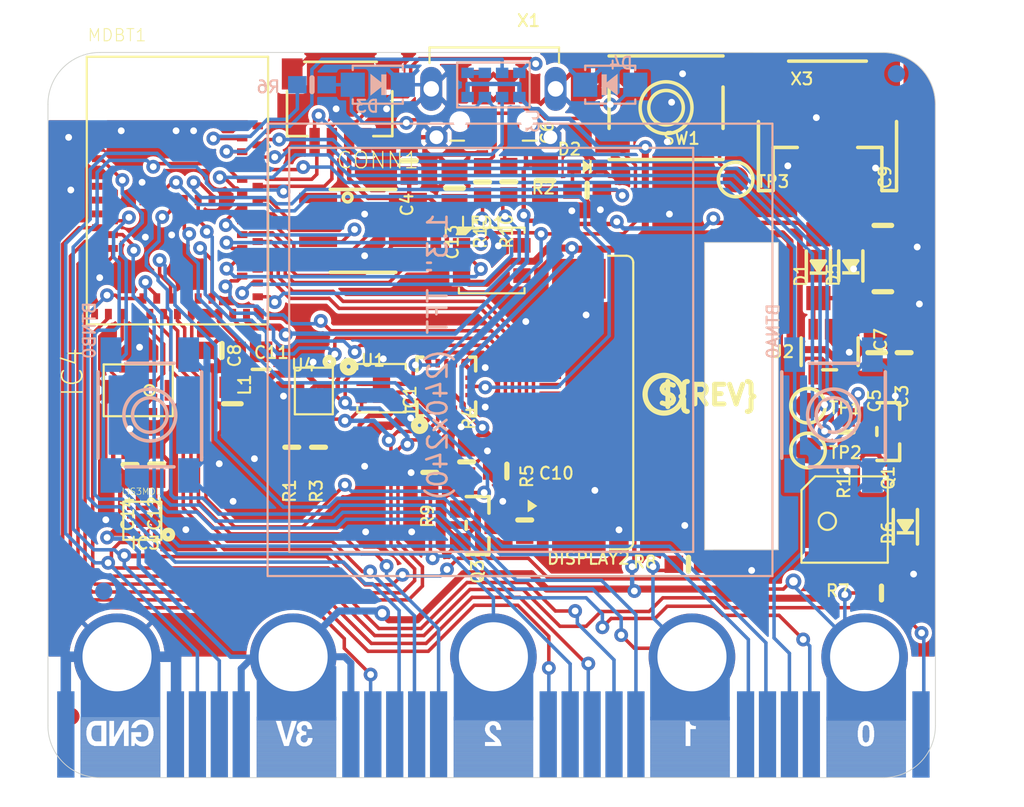
<source format=kicad_pcb>
(kicad_pcb (version 20221018) (generator pcbnew)
  (layers (0 "F.Cu" signal) (31 "B.Cu" signal) (34 "B.Paste" user) (35 "F.Paste" user) (36 "B.SilkS" user "B.Silkscreen") (37 "F.SilkS" user "F.Silkscreen") (38 "B.Mask" user) (39 "F.Mask" user) (44 "Edge.Cuts" user))
  (net 0 "")
  (net 1 "GND")
  (net 2 "VBUS")
  (net 3 "SWDIO")
  (net 4 "SWCLK")
  (net 5 "SPKR")
  (net 6 "3.3V")
  (net 7 "RESET")
  (net 8 "VBAT")
  (net 9 "USBD+")
  (net 10 "USBD-")
  (net 11 "VHI")
  (net 12 "D20/SDA")
  (net 13 "D19/SCL")
  (net 14 "D0/AIN2")
  (net 15 "D1/AIN3")
  (net 16 "D4/AIN6")
  (net 17 "D2/AIN4")
  (net 18 "QSPI_SCK")
  (net 19 "QSPI_DATA1")
  (net 20 "QSPI_DATA2")
  (net 21 "D13/SCK")
  (net 22 "D15/MOSI")
  (net 23 "D14/MISO")
  (net 24 "QSPI_DATA3")
  (net 25 "QSPI_CS")
  (net 26 "QSPI_DATA0")
  (net 27 "NEOPIX")
  (net 28 "D+")
  (net 29 "D-")
  (net 30 "DCCH")
  (net 31 "LED1")
  (net 32 "N$5")
  (net 33 "CAP1")
  (net 34 "N$2")
  (net 35 "PDM_DAT")
  (net 36 "PDM_CLK")
  (net 37 "D5/BUTTON_A")
  (net 38 "D11/BUTTON_B")
  (net 39 "D3/AIN5")
  (net 40 "D10/AIN7")
  (net 41 "D16/AIN1")
  (net 42 "D12/AIN0")
  (net 43 "D8")
  (net 44 "D9")
  (net 45 "D6")
  (net 46 "D7")
  (net 47 "TFT_SCK")
  (net 48 "TFT_MOSI")
  (net 49 "LEDK")
  (net 50 "TFT_DC")
  (net 51 "TFT_CS")
  (net 52 "TFT_RESET")
  (net 53 "BACKLIGHT")
  (net 54 "N$1")
  (net 55 "APDS_IRQ")
  (net 56 "WHITE_LED")
  (net 57 "LSM_IRQ")
  (net 58 "N$3")
  (net 59 "N$4")
  (footprint "working:LGA16_3X3MM" (layer "F.Cu") (at 145.8746 103.3476 90)
    (fp_text reference "IC1")
    (fp_text value "LSM6DS33")
  )
  (footprint "working:0603-NO" (layer "F.Cu") (at 149.4921 91.4936 -90)
    (fp_text reference "R10")
    (fp_text value "22")
  )
  (footprint "working:LED3535" (layer "F.Cu") (at 148.5033 96.0508)
    (fp_text reference "LED1")
    (fp_text value "WS2812B3535")
  )
  (footprint "working:4UCONN_20329_SLIM" (layer "F.Cu") (at 148.6011 88.0116 180)
    (fp_text reference "X1")
    (fp_text value "4u20329")
  )
  (footprint "working:0603-NO" (layer "F.Cu") (at 159.901 113.6465 180)
    (fp_text reference "R8")
    (fp_text value "1Mohm")
  )
  (footprint "working:SOD-323" (layer "F.Cu") (at 172.4613 111.4748 90)
    (fp_text reference "D6")
    (fp_text value "1N4148")
  )
  (footprint "working:SOT23-WIDE" (layer "F.Cu") (at 171.4707 105.963 -90)
    (fp_text reference "Q1")
    (fp_text value "BSS138")
  )
  (footprint "working:SPK0415HM4H" (layer "F.Cu") (at 128.0306 103.5696 -90)
    (fp_text reference "IC4")
    (fp_text value "MIC_PDM")
  )
  (footprint "working:0603-NO" (layer "F.Cu") (at 154.0309 91.9817 180)
    (fp_text reference "R2")
    (fp_text value "1K")
  )
  (footprint "working:0603-NO" (layer "F.Cu") (at 149.3831 108.2491)
    (fp_text reference "C10")
    (fp_text value "0.1uF")
  )
  (footprint "working:FIDUCIAL_1MM" (layer "F.Cu") (at 124.1341 122.4561)
    (fp_text reference "FID1" hide)
    (fp_text value "FIDUCIAL_1MM" hide)
  )
  (footprint "working:SOT23-5" (layer "F.Cu") (at 168.0749 101.3336 180)
    (fp_text reference "U2")
    (fp_text value "AP2112(3.3V)")
  )
  (footprint "working:EVQ-Q2_SMALLER" (layer "F.Cu") (at 158.6011 87.2036 180)
    (fp_text reference "SW1")
    (fp_text value "KMR2")
  )
  (footprint "working:TESTPOINT_ROUND_1.5MM" (layer "F.Cu") (at 166.8225 107.0552)
    (fp_text reference "TP2")
    (fp_text value "")
  )
  (footprint "working:CHIPLED_0603_NOOUTLINE" (layer "F.Cu") (at 154.0286 90.6181 -90)
    (fp_text reference "D2")
    (fp_text value "RED")
  )
  (footprint "working:SOT23-WIDE" (layer "F.Cu") (at 147.6836 111.3986 -90)
    (fp_text reference "Q3")
    (fp_text value "BSS138")
  )
  (footprint "working:SOD-123" (layer "F.Cu") (at 167.4233 96.381 90)
    (fp_text reference "D1")
    (fp_text value "MBR120")
  )
  (footprint "working:0805-NO" (layer "F.Cu") (at 171.1566 94.0198 90)
    (fp_text reference "C9")
    (fp_text value "10uF")
  )
  (footprint "working:0805-NO" (layer "F.Cu") (at 146.3481 91.8686 -90)
    (fp_text reference "C13")
    (fp_text value "10uF")
  )
  (footprint "working:MDBT50" (layer "F.Cu") (at 130.3011 92.0036)
    (fp_text reference "MDBT1")
    (fp_text value "MDBT50")
  )
  (footprint "working:0603-NO" (layer "F.Cu") (at 150.4141 111.0811 90)
    (fp_text reference "R5")
    (fp_text value "10")
  )
  (footprint "working:0805-NO" (layer "F.Cu") (at 171.1575 97.8588 -90)
    (fp_text reference "C7")
    (fp_text value "10uF")
  )
  (footprint "working:TESTPOINT_ROUND_1.5MM" (layer "F.Cu") (at 162.6315 91.358)
    (fp_text reference "TP3")
    (fp_text value "")
  )
  (footprint "working:SOD-123" (layer "F.Cu") (at 169.3011 96.3686 90)
    (fp_text reference "D5")
    (fp_text value "MBR120")
  )
  (footprint "working:0603-NO" (layer "F.Cu") (at 127.5541 107.8696 -90)
    (fp_text reference "C14")
    (fp_text value "0.1uF")
  )
  (footprint "working:BUZZER_SMT_5MM" (layer "F.Cu") (at 168.9434 111.0557 90)
    (fp_text reference "SP1" hide)
    (fp_text value "SPEAKER_BUZZER5MM" hide)
  )
  (footprint "working:0805-NO" (layer "F.Cu") (at 133.4824 104.3489 90)
    (fp_text reference "C8")
    (fp_text value "10uF")
  )
  (footprint "working:0603-NO" (layer "F.Cu") (at 136.9241 106.8681 -90)
    (fp_text reference "R1")
    (fp_text value "4.7K")
  )
  (footprint "working:PCBFEAT-REV-056" (layer "F.Cu") (at 158.4788 103.7983)
    (fp_text reference "U$10" hide)
    (fp_text value "" hide)
  )
  (footprint "working:SHT3X" (layer "F.Cu") (at 142.1181 103.4476)
    (fp_text reference "U1")
    (fp_text value "SHT30")
  )
  (footprint "working:SOIC8_150MIL" (layer "F.Cu") (at 141.0481 94.3366 -90)
    (fp_text reference "IC2" hide)
    (fp_text value "GD25Q16" hide)
  )
  (footprint "working:0805-NO" (layer "F.Cu") (at 151.5926 91.4316 90)
    (fp_text reference "C6")
    (fp_text value "10uF")
  )
  (footprint "working:JSTPH2" (layer "F.Cu") (at 167.9511 87.5036)
    (fp_text reference "X3")
    (fp_text value "JSTPH")
  )
  (footprint "working:0603-NO" (layer "F.Cu") (at 143.724 90.2805 -90)
    (fp_text reference "C4")
    (fp_text value "0.1uF")
  )
  (footprint "working:0805-NO" (layer "F.Cu") (at 170.8 101.3916 -90)
    (fp_text reference "C5")
    (fp_text value "10uF")
  )
  (footprint "working:0603-NO" (layer "F.Cu") (at 138.4721 106.8681 -90)
    (fp_text reference "R3")
    (fp_text value "4.7K")
  )
  (footprint "working:CLUE_BACK" (layer "F.Cu") (at 122.6011 126.0036)
    (fp_text reference "U$37" hide)
    (fp_text value "" hide)
  )
  (footprint "working:0603-NO" (layer "F.Cu") (at 171.077 115.3102 180)
    (fp_text reference "R7")
    (fp_text value "1Mohm")
  )
  (footprint "working:0603-NO" (layer "F.Cu") (at 147.0486 107.7156 90)
    (fp_text reference "R4")
    (fp_text value "10K")
  )
  (footprint "working:_0805MP" (layer "F.Cu") (at 135.1445 102.3587 90)
    (fp_text reference "L1")
    (fp_text value "DNP")
  )
  (footprint "working:FIDUCIAL_1MM" (layer "F.Cu") (at 168.1851 86.0951)
    (fp_text reference "FID2" hide)
    (fp_text value "FIDUCIAL_1MM" hide)
  )
  (footprint "working:0603-NO" (layer "F.Cu") (at 169.0323 105.9884 -90)
    (fp_text reference "R12")
    (fp_text value "10K")
  )
  (footprint "working:JST_SH4" (layer "F.Cu") (at 139.7461 86.6336 180)
    (fp_text reference "CONN1")
    (fp_text value "STEMMA_I2C_QT" hide)
  )
  (footprint "working:BMP280" (layer "F.Cu") (at 138.2011 103.6106)
    (fp_text reference "U4")
    (fp_text value "BMP280")
  )
  (footprint "working:TESTPOINT_ROUND_1.5MM" (layer "F.Cu") (at 166.8225 104.4644)
    (fp_text reference "TP1")
    (fp_text value "")
  )
  (footprint "working:LGA12_2X2MM" (layer "F.Cu") (at 128.2661 111.1286 180)
    (fp_text reference "IC3")
    (fp_text value "LIS3MDL")
  )
  (footprint "working:0603-NO" (layer "F.Cu") (at 129.0983 107.8376 -90)
    (fp_text reference "C12")
    (fp_text value "0.1uF")
  )
  (footprint "working:0603-NO" (layer "F.Cu") (at 144.915 108.3252 -90)
    (fp_text reference "R9")
    (fp_text value "1Mohm")
  )
  (footprint "working:0603-NO" (layer "F.Cu") (at 172.3895 101.39 -90)
    (fp_text reference "C3")
    (fp_text value "0.1uF")
  )
  (footprint "working:0603-NO" (layer "F.Cu") (at 132.8821 101.2576)
    (fp_text reference "C11")
    (fp_text value "0.1uF")
  )
  (footprint "working:TFT_1.3IN_240X240_24P" (layer "F.Cu") (at 165.2731 114.8276 90)
    (fp_text reference "DISPLAY2")
    (fp_text value "DISP_LCD_ST7789_1.3IN" hide)
  )
  (footprint "working:0603-NO" (layer "F.Cu") (at 147.9716 91.5051 -90)
    (fp_text reference "R11")
    (fp_text value "22")
  )
  (footprint "working:APDS-9960" (layer "B.Cu") (at 148.6011 85.8846 90)
    (fp_text reference "U3")
    (fp_text value "APDS-9960")
  )
  (footprint "working:FIDUCIAL_1MM" (layer "B.Cu") (at 126.0301 115.2086 180)
    (fp_text reference "FID4" hide)
    (fp_text value "FIDUCIAL_1MM" hide)
  )
  (footprint "working:6MMX6MM_TACTILE_SMT" (layer "B.Cu") (at 128.7011 105.0036 -90)
    (fp_text reference "BTNB0")
    (fp_text value "6mm" hide)
  )
  (footprint "working:0603-NO" (layer "B.Cu") (at 138.0951 85.8716 180)
    (fp_text reference "R6")
    (fp_text value "10")
  )
  (footprint "working:FIDUCIAL_1MM" (layer "B.Cu") (at 171.9406 85.2366 180)
    (fp_text reference "FID3" hide)
    (fp_text value "FIDUCIAL_1MM" hide)
  )
  (footprint "working:CLUE_FRONT" (layer "B.Cu") (at 174.2011 126.0036 180)
    (fp_text reference "U$52" hide)
    (fp_text value "" hide)
  )
  (footprint "working:6MMX6MM_TACTILE_SMT" (layer "B.Cu") (at 168.3011 105.0036 -90)
    (fp_text reference "BTNA0")
    (fp_text value "6mm" hide)
  )
  (footprint "working:EVERLIGHT_45-21" (layer "B.Cu") (at 155.3671 85.8716 180)
    (fp_text reference "D4")
    (fp_text value "L130-5780001400001")
  )
  (footprint "working:MICROBIT_EDGE" (layer "B.Cu") (at 148.6011 126.0036 180)
    (fp_text reference "MB1" hide)
    (fp_text value "MICRO:BIT_EDGE" hide)
  )
  (footprint "working:EVERLIGHT_45-21" (layer "B.Cu") (at 141.9051 85.8716)
    (fp_text reference "D3")
    (fp_text value "L130-5780001400001")
  )
  (gr_line (start 160.8381 95.0146) (end 160.8381 112.8036) (stroke (width 0.05)) (layer "Edge.Cuts"))
  (gr_line (start 171.2011 84.0036) (end 125.8011 84.0036) (stroke (width 0.05)) (layer "Edge.Cuts"))
  (gr_arc (start 125.8011 126.0036) (mid 123.67978 125.12492) (end 122.8011 123.0036) (stroke (width 0.05)) (layer "Edge.Cuts"))
  (gr_arc (start 122.8011 87.0036) (mid 123.67978 84.88228) (end 125.8011 84.0036) (stroke (width 0.05)) (layer "Edge.Cuts"))
  (gr_line (start 174.2011 123.0036) (end 174.2011 87.0036) (stroke (width 0.05)) (layer "Edge.Cuts"))
  (gr_line (start 125.8011 126.0036) (end 171.2011 126.0036) (stroke (width 0.05)) (layer "Edge.Cuts"))
  (gr_line (start 160.8381 112.8036) (end 165.1011 112.8036) (stroke (width 0.05)) (layer "Edge.Cuts"))
  (gr_arc (start 171.2011 84.0036) (mid 173.32242 84.88228) (end 174.2011 87.0036) (stroke (width 0.05)) (layer "Edge.Cuts"))
  (gr_line (start 165.1011 112.8036) (end 165.1011 95.0146) (stroke (width 0.05)) (layer "Edge.Cuts"))
  (gr_line (start 122.8011 87.0036) (end 122.8011 123.0036) (stroke (width 0.05)) (layer "Edge.Cuts"))
  (gr_arc (start 174.2011 123.0036) (mid 173.32242 125.12492) (end 171.2011 126.0036) (stroke (width 0.05)) (layer "Edge.Cuts"))
  (gr_line (start 165.1011 95.0146) (end 160.8381 95.0146) (stroke (width 0.05)) (layer "Edge.Cuts"))
  (segment (start 143.8707 89.4305) (end 144.3896 88.9116) (width 0.254) (layer "F.Cu") (net 1))
  (segment (start 152.5096 93.3011) (end 153.0176 93.3011) (width 0.254) (layer "F.Cu") (net 1))
  (segment (start 151.5926 92.3816) (end 152.5096 93.2986) (width 0.254) (layer "F.Cu") (net 1))
  (segment (start 128.6556 103.9946) (end 128.6556 104.1946) (width 0.254) (layer "F.Cu") (net 1))
  (segment (start 123.2583 118.3423) (end 123.2583 115.682225) (width 0.4064) (layer "F.Cu") (net 1))
  (segment (start 147.8534 107.4823) (end 147.8534 107.52935) (width 0.2032) (layer "F.Cu") (net 1))
  (segment (start 148.5331 108.2491) (end 148.5331 108.6286) (width 0.4064) (layer "F.Cu") (net 1))
  (segment (start 170.13 101.1116) (end 170.8 100.4416) (width 0.4064) (layer "F.Cu") (net 1))
  (segment (start 128.6556 104.1946) (end 128.0306 104.8196) (width 0.254) (layer "F.Cu") (net 1))
  (segment (start 148.2551 107.0806) (end 147.8534 107.4823) (width 0.2032) (layer "F.Cu") (net 1))
  (segment (start 168.0749 100.5479) (end 168.6386 101.1116) (width 0.4064) (layer "F.Cu") (net 1))
  (segment (start 140.9681 103.1976) (end 141.8681 103.1976) (width 0.254) (layer "F.Cu") (net 1))
  (segment (start 126.12375 104.44695) (end 125.9666 104.6041) (width 0.254) (layer "F.Cu") (net 1))
  (segment (start 152.5096 93.2986) (end 152.5096 93.3011) (width 0.254) (layer "F.Cu") (net 1))
  (segment (start 147.8534 107.52935) (end 147.66715 107.7156) (width 0.2032) (layer "F.Cu") (net 1))
  (segment (start 125.9666 104.6041) (end 125.9666 110.8856) (width 0.254) (layer "F.Cu") (net 1))
  (segment (start 153.0176 93.3011) (end 153.1446 93.1741) (width 0.254) (layer "F.Cu") (net 1))
  (segment (start 145.0011 86.1116) (end 144.0346 87.0781) (width 0.254) (layer "F.Cu") (net 1))
  (segment (start 144.3896 88.9116) (end 145.3011 88.9116) (width 0.254) (layer "F.Cu") (net 1))
  (segment (start 146.0961 107.5886) (end 146.0961 106.3186) (width 0.2032) (layer "F.Cu") (net 1))
  (segment (start 144.0346 87.0781) (end 142.6036 87.0781) (width 0.254) (layer "F.Cu") (net 1))
  (segment (start 125.9666 110.8856) (end 126.1516 111.0706) (width 0.254) (layer "F.Cu") (net 1))
  (segment (start 126.8011 119.0036) (end 123.9196 119.0036) (width 0.4064) (layer "F.Cu") (net 1))
  (segment (start 146.0961 106.3186) (end 146.7311 105.6836) (width 0.2032) (layer "F.Cu") (net 1))
  (segment (start 146.2231 107.7156) (end 146.0961 107.5886) (width 0.2032) (layer "F.Cu") (net 1))
  (segment (start 149.1441 109.2396) (end 149.1441 110.0016) (width 0.4064) (layer "F.Cu") (net 1))
  (segment (start 126.2806 104.153569) (end 126.12375 104.310419) (width 0.254) (layer "F.Cu") (net 1))
  (segment (start 168.6386 101.1116) (end 170.13 101.1116) (width 0.4064) (layer "F.Cu") (net 1))
  (segment (start 143.724 89.4305) (end 143.8707 89.4305) (width 0.254) (layer "F.Cu") (net 1))
  (segment (start 126.2806 103.5696) (end 126.2806 104.153569) (width 0.254) (layer "F.Cu") (net 1))
  (segment (start 142.6036 87.0781) (end 142.4131 87.2686) (width 0.254) (layer "F.Cu") (net 1))
  (segment (start 168.0749 100.0335) (end 168.0749 100.5479) (width 0.4064) (layer "F.Cu") (net 1))
  (segment (start 123.9196 119.0036) (end 123.2583 118.3423) (width 0.4064) (layer "F.Cu") (net 1))
  (segment (start 133.4824 105.033754) (end 133.4824 105.2989) (width 0.4064) (layer "F.Cu") (net 1))
  (segment (start 147.66715 107.7156) (end 146.2231 107.7156) (width 0.2032) (layer "F.Cu") (net 1))
  (segment (start 126.12375 104.310419) (end 126.12375 104.44695) (width 0.254) (layer "F.Cu") (net 1))
  (segment (start 141.8681 103.1976) (end 142.1181 103.4476) (width 0.254) (layer "F.Cu") (net 1))
  (segment (start 148.5331 108.6286) (end 149.1441 109.2396) (width 0.4064) (layer "F.Cu") (net 1))
  (via (at 165.6541 90.5706) (size 0.8001) (drill 0.3937) (layers "F.Cu" "B.Cu") (net 1))
  (via (at 139.4921 87.2686) (size 0.8001) (drill 0.3937) (layers "F.Cu" "B.Cu") (net 1))
  (via (at 158.7961 93.3646) (size 0.8001) (drill 0.3937) (layers "F.Cu" "B.Cu") (net 1))
  (via (at 173.1471 95.2696) (size 0.8001) (drill 0.3937) (layers "F.Cu" "B.Cu") (net 1))
  (via (at 143.8101 105.1756) (size 0.8001) (drill 0.3937) (layers "F.Cu" "B.Cu") (net 1))
  (via (at 148.1281 104.5406) (size 0.8001) (drill 0.3937) (layers "F.Cu" "B.Cu") (net 1))
  (via (at 133.5231 110.0016) (size 0.8001) (drill 0.3937) (layers "F.Cu" "B.Cu") (net 1))
  (via (at 128.1074 101.0757) (size 0.8001) (drill 0.3937) (layers "F.Cu" "B.Cu") (net 1))
  (via (at 126.1516 111.0706) (size 0.8001) (drill 0.3937) (layers "F.Cu" "B.Cu") (net 1))
  (via (at 154.7956 93.1106) (size 0.8001) (drill 0.3937) (layers "F.Cu" "B.Cu") (net 1))
  (via (at 141.2011 111.7691) (size 0.8001) (drill 0.3937) (layers "F.Cu" "B.Cu") (net 1))
  (via (at 138.1586 101.9371) (size 0.8001) (drill 0.3937) (layers "F.Cu" "B.Cu") (net 1))
  (via (at 169.0831 108.2236) (size 0.8001) (drill 0.3937) (layers "F.Cu" "B.Cu") (net 1))
  (via (at 159.6851 111.3986) (size 0.8001) (drill 0.3937) (layers "F.Cu" "B.Cu") (net 1))
  (via (at 128.4431 94.6981) (size 0.8001) (drill 0.3937) (layers "F.Cu" "B.Cu") (net 1))
  (via (at 130.2211 88.5386) (size 0.8001) (drill 0.3937) (layers "F.Cu" "B.Cu") (net 1))
  (via (at 130.7871 111.6421) (size 0.8001) (drill 0.3937) (layers "F.Cu" "B.Cu") (net 1))
  (via (at 134.7596 107.5311) (size 0.8001) (drill 0.3937) (layers "F.Cu" "B.Cu") (net 1))
  (via (at 173.2741 98.5716) (size 0.8001) (drill 0.3937) (layers "F.Cu" "B.Cu") (net 1))
  (via (at 123.9981 88.9196) (size 0.8001) (drill 0.3937) (layers "F.Cu" "B.Cu") (net 1))
  (via (at 167.3051 87.7766) (size 0.8001) (drill 0.3937) (layers "F.Cu" "B.Cu") (net 1))
  (via (at 136.4441 103.9056) (size 0.8001) (drill 0.3937) (layers "F.Cu" "B.Cu") (net 1))
  (via (at 170.7341 90.6976) (size 0.8001) (drill 0.3937) (layers "F.Cu" "B.Cu") (net 1))
  (via (at 154.4781 109.3666) (size 0.8001) (drill 0.3937) (layers "F.Cu" "B.Cu") (net 1))
  (via (at 153.1446 93.1741) (size 0.8001) (drill 0.3937) (layers "F.Cu" "B.Cu") (net 1))
  (via (at 143.8681 111.7691) (size 0.8001) (drill 0.3937) (layers "F.Cu" "B.Cu") (net 1))
  (via (at 146.7311 105.6836) (size 0.8001) (drill 0.3937) (layers "F.Cu" "B.Cu") (net 1))
  (via (at 158.9231 86.8876) (size 0.8001) (drill 0.3937) (layers "F.Cu" "B.Cu") (net 1))
  (via (at 129.9671 94.5711) (size 0.8001) (drill 0.3937) (layers "F.Cu" "B.Cu") (net 1))
  (via (at 124.1251 91.9676) (size 0.8001) (drill 0.3937) (layers "F.Cu" "B.Cu") (net 1))
  (via (at 142.4131 87.2686) (size 0.8001) (drill 0.3937) (layers "F.Cu" "B.Cu") (net 1))
  (via (at 141.1431 107.9696) (size 0.8001) (drill 0.3937) (layers "F.Cu" "B.Cu") (net 1))
  (via (at 159.5581 85.2366) (size 0.8001) (drill 0.3937) (layers "F.Cu" "B.Cu") (net 1))
  (via (at 142.2226 101.7466) (size 0.8001) (drill 0.3937) (layers "F.Cu" "B.Cu") (net 1))
  (via (at 127.0461 88.5386) (size 0.8001) (drill 0.3937) (layers "F.Cu" "B.Cu") (net 1))
  (via (at 128.2526 91.5231) (size 0.8001) (drill 0.3937) (layers "F.Cu" "B.Cu") (net 1))
  (via (at 125.7991 97.0476) (size 0.8001) (drill 0.3937) (layers "F.Cu" "B.Cu") (net 1))
  (via (at 155.8751 111.6526) (size 0.8001) (drill 0.3937) (layers "F.Cu" "B.Cu") (net 1))
  (via (at 148.8901 95.2061) (size 0.8001) (drill 0.3937) (layers "F.Cu" "B.Cu") (net 1))
  (via (at 132.7229 107.8231) (size 0.8001) (drill 0.3937) (layers "F.Cu" "B.Cu") (net 1))
  (via (at 141.1431 95.7776) (size 0.8001) (drill 0.3937) (layers "F.Cu" "B.Cu") (net 1))
  (via (at 163.5586 114.0021) (size 0.8001) (drill 0.3937) (layers "F.Cu" "B.Cu") (net 1))
  (via (at 148.1281 102.2546) (size 0.8001) (drill 0.3937) (layers "F.Cu" "B.Cu") (net 1))
  (via (at 148.2551 107.0806) (size 0.8001) (drill 0.3937) (layers "F.Cu" "B.Cu") (net 1))
  (via (at 153.9701 99.2066) (size 0.8001) (drill 0.3937) (layers "F.Cu" "B.Cu") (net 1))
  (via (at 127.5486 105.8001) (size 0.8001) (drill 0.3937) (layers "F.Cu" "B.Cu") (net 1))
  (via (at 171.8771 103.9056) (size 0.8001) (drill 0.3937) (layers "F.Cu" "B.Cu") (net 1))
  (via (at 141.1431 93.3646) (size 0.8001) (drill 0.3937) (layers "F.Cu" "B.Cu") (net 1))
  (via (at 172.9376 114.2141) (size 0.8001) (drill 0.3937) (layers "F.Cu" "B.Cu") (net 1))
  (via (at 169.2101 101.3656) (size 0.8001) (drill 0.3937) (layers "F.Cu" "B.Cu") (net 1))
  (via (at 158.6691 89.1736) (size 0.8001) (drill 0.3937) (layers "F.Cu" "B.Cu") (net 1))
  (via (at 143.8355 108.3379) (size 0.8001) (drill 0.3937) (layers "F.Cu" "B.Cu") (net 1))
  (via (at 149.1441 110.0016) (size 0.8001) (drill 0.3937) (layers "F.Cu" "B.Cu") (net 1))
  (via (at 131.2371 88.5386) (size 0.8001) (drill 0.3937) (layers "F.Cu" "B.Cu") (net 1))
  (via (at 169.4641 96.5396) (size 0.8001) (drill 0.3937) (layers "F.Cu" "B.Cu") (net 1))
  (via (at 150.4776 99.5876) (size 0.8001) (drill 0.3937) (layers "F.Cu" "B.Cu") (net 1))
  (segment (start 147.35975 109.785563) (end 147.35975 108.72525) (width 0.2032) (layer "B.Cu") (net 1))
  (segment (start 130.2211 123.4686) (end 130.1861 123.5036) (width 0.6096) (layer "B.Cu") (net 1))
  (segment (start 130.2061 119.0036) (end 130.2211 119.0186) (width 0.6096) (layer "B.Cu") (net 1))
  (segment (start 146.7311 105.6836) (end 146.7311 106.378863) (width 0.2032) (layer "B.Cu") (net 1))
  (segment (start 148.356562 110.19845) (end 147.772637 110.19845) (width 0.2032) (layer "B.Cu") (net 1))
  (segment (start 123.8361 118.8916) (end 123.8361 123.5036) (width 0.6096) (layer "B.Cu") (net 1))
  (segment (start 144.7611 85.8716) (end 145.0011 86.1116) (width 0.2032) (layer "B.Cu") (net 1))
  (segment (start 143.3551 85.8716) (end 144.7611 85.8716) (width 0.2032) (layer "B.Cu") (net 1))
  (segment (start 123.9481 119.0036) (end 123.8361 118.8916) (width 0.6096) (layer "B.Cu") (net 1))
  (segment (start 126.8011 119.0036) (end 130.2061 119.0036) (width 0.6096) (layer "B.Cu") (net 1))
  (segment (start 146.7311 106.378863) (end 148.76945 108.417213) (width 0.2032) (layer "B.Cu") (net 1))
  (segment (start 148.76945 108.417213) (end 148.76945 109.785563) (width 0.2032) (layer "B.Cu") (net 1))
  (segment (start 148.76945 109.785563) (end 148.356562 110.19845) (width 0.2032) (layer "B.Cu") (net 1))
  (segment (start 147.772637 110.19845) (end 147.35975 109.785563) (width 0.2032) (layer "B.Cu") (net 1))
  (segment (start 126.8011 119.0036) (end 123.9481 119.0036) (width 0.6096) (layer "B.Cu") (net 1))
  (segment (start 130.2211 119.0186) (end 130.2211 123.4686) (width 0.6096) (layer "B.Cu") (net 1))
  (segment (start 152.2556 93.9361) (end 155.617387 93.9361) (width 0.254) (layer "F.Cu") (net 2))
  (segment (start 150.48395 89.36945) (end 150.48395 90.62775) (width 0.254) (layer "F.Cu") (net 2))
  (segment (start 166.2887 93.8726) (end 161.5901 93.8726) (width 0.254) (layer "F.Cu") (net 2))
  (segment (start 155.617387 93.9361) (end 155.7481 93.805388) (width 0.254) (layer "F.Cu") (net 2))
  (segment (start 152.069575 93.750075) (end 152.2556 93.9361) (width 0.254) (layer "F.Cu") (net 2))
  (segment (start 150.35695 90.75475) (end 150.48395 90.62775) (width 0.254) (layer "F.Cu") (net 2))
  (segment (start 161.5901 93.8726) (end 161.3361 93.6186) (width 0.254) (layer "F.Cu") (net 2))
  (segment (start 136.5711 100.3496) (end 136.5711 100.2861) (width 0.4064) (layer "F.Cu") (net 2))
  (segment (start 152.069575 93.750075) (end 150.67445 93.750075) (width 0.254) (layer "F.Cu") (net 2))
  (segment (start 134.3011 99.1536) (end 134.3011 99.4766) (width 0.4064) (layer "F.Cu") (net 2))
  (segment (start 166.9471 94.531) (end 166.2887 93.8726) (width 0.254) (layer "F.Cu") (net 2))
  (segment (start 134.3011 99.4766) (end 134.7296 99.9051) (width 0.4064) (layer "F.Cu") (net 2))
  (segment (start 150.35695 93.432575) (end 150.67445 93.750075) (width 0.254) (layer "F.Cu") (net 2))
  (segment (start 136.1901 99.9051) (end 134.7296 99.9051) (width 0.4064) (layer "F.Cu") (net 2))
  (segment (start 136.5711 100.2861) (end 136.1901 99.9051) (width 0.4064) (layer "F.Cu") (net 2))
  (segment (start 167.4233 94.531) (end 166.9471 94.531) (width 0.254) (layer "F.Cu") (net 2))
  (segment (start 150.6301 90.4816) (end 151.5926 90.4816) (width 0.254) (layer "F.Cu") (net 2))
  (segment (start 150.48395 90.62775) (end 150.6301 90.4816) (width 0.254) (layer "F.Cu") (net 2))
  (segment (start 149.9011 88.7866) (end 150.48395 89.36945) (width 0.254) (layer "F.Cu") (net 2))
  (segment (start 150.35695 93.432575) (end 150.35695 90.75475) (width 0.254) (layer "F.Cu") (net 2))
  (via (at 136.5711 100.3496) (size 0.8001) (drill 0.3937) (layers "F.Cu" "B.Cu") (net 2))
  (via (at 150.35695 93.432575) (size 0.8001) (drill 0.3937) (layers "F.Cu" "B.Cu") (net 2))
  (via (at 155.7481 93.805388) (size 0.8001) (drill 0.3937) (layers "F.Cu" "B.Cu") (net 2))
  (via (at 161.3361 93.6186) (size 0.8001) (drill 0.3937) (layers "F.Cu" "B.Cu") (net 2))
  (segment (start 150.5411 93.616725) (end 150.5411 96.134263) (width 0.254) (layer "B.Cu") (net 2))
  (segment (start 136.5711 100.3496) (end 136.6346 100.2861) (width 0.254) (layer "B.Cu") (net 2))
  (segment (start 155.7481 93.805388) (end 156.137287 94.194575) (width 0.254) (layer "B.Cu") (net 2))
  (segment (start 146.389262 100.2861) (end 150.5411 96.134263) (width 0.254) (layer "B.Cu") (net 2))
  (segment (start 156.137287 94.194575) (end 160.760125 94.194575) (width 0.254) (layer "B.Cu") (net 2))
  (segment (start 160.760125 94.194575) (end 161.3361 93.6186) (width 0.254) (layer "B.Cu") (net 2))
  (segment (start 146.389262 100.2861) (end 136.6346 100.2861) (width 0.254) (layer "B.Cu") (net 2))
  (segment (start 150.5411 93.616725) (end 150.35695 93.432575) (width 0.254) (layer "B.Cu") (net 2))
  (segment (start 135.0421 90.0626) (end 135.9361 90.0626) (width 0.2032) (layer "F.Cu") (net 3))
  (segment (start 134.9511 90.1536) (end 135.0421 90.0626) (width 0.2032) (layer "F.Cu") (net 3))
  (segment (start 167.78295 104.4136) (end 167.73215 104.4644) (width 0.2032) (layer "F.Cu") (net 3))
  (segment (start 167.73215 104.4644) (end 166.8225 104.4644) (width 0.2032) (layer "F.Cu") (net 3))
  (via (at 135.9361 90.0626) (size 0.8001) (drill 0.3937) (layers "F.Cu" "B.Cu") (net 3))
  (via (at 167.78295 104.4136) (size 0.8001) (drill 0.3937) (layers "F.Cu" "B.Cu") (net 3))
  (segment (start 162.698237 90.723) (end 167.5226 95.547363) (width 0.2032) (layer "B.Cu") (net 3))
  (segment (start 139.130025 89.453) (end 140.400025 90.723) (width 0.2032) (layer "B.Cu") (net 3))
  (segment (start 136.9267 89.453) (end 139.130025 89.453) (width 0.2032) (layer "B.Cu") (net 3))
  (segment (start 167.5226 104.15325) (end 167.78295 104.4136) (width 0.2032) (layer "B.Cu") (net 3))
  (segment (start 140.400025 90.723) (end 162.698237 90.723) (width 0.2032) (layer "B.Cu") (net 3))
  (segment (start 136.1266 90.2531) (end 136.9267 89.453) (width 0.2032) (layer "B.Cu") (net 3))
  (segment (start 135.9361 90.0626) (end 136.1266 90.2531) (width 0.2032) (layer "B.Cu") (net 3))
  (segment (start 167.5226 95.547363) (end 167.5226 104.15325) (width 0.2032) (layer "B.Cu") (net 3))
  (segment (start 166.8225 106.89805) (end 166.8225 107.0552) (width 0.2032) (layer "F.Cu") (net 4))
  (segment (start 134.9511 89.3536) (end 135.1211 89.3536) (width 0.2032) (layer "F.Cu") (net 4))
  (segment (start 167.78295 105.9376) (end 166.8225 106.89805) (width 0.2032) (layer "F.Cu") (net 4))
  (segment (start 136.1901 89.0466) (end 135.4281 89.0466) (width 0.2032) (layer "F.Cu") (net 4))
  (segment (start 135.4281 89.0466) (end 135.1211 89.3536) (width 0.2032) (layer "F.Cu") (net 4))
  (via (at 136.1901 89.0466) (size 0.8001) (drill 0.3937) (layers "F.Cu" "B.Cu") (net 4))
  (via (at 167.78295 105.9376) (size 0.8001) (drill 0.3937) (layers "F.Cu" "B.Cu") (net 4))
  (segment (start 139.298362 89.0466) (end 140.568362 90.3166) (width 0.2032) (layer "B.Cu") (net 4))
  (segment (start 167.929 95.379025) (end 167.929 103.562838) (width 0.2032) (layer "B.Cu") (net 4))
  (segment (start 167.929 103.562838) (end 168.4878 104.121638) (width 0.2032) (layer "B.Cu") (net 4))
  (segment (start 136.1901 89.0466) (end 139.298362 89.0466) (width 0.2032) (layer "B.Cu") (net 4))
  (segment (start 167.78295 105.41041) (end 167.78295 105.9376) (width 0.2032) (layer "B.Cu") (net 4))
  (segment (start 140.568362 90.3166) (end 162.866575 90.3166) (width 0.2032) (layer "B.Cu") (net 4))
  (segment (start 168.4878 104.705563) (end 167.78295 105.41041) (width 0.2032) (layer "B.Cu") (net 4))
  (segment (start 168.4878 104.121638) (end 168.4878 104.705563) (width 0.2032) (layer "B.Cu") (net 4))
  (segment (start 162.866575 90.3166) (end 167.929 95.379025) (width 0.2032) (layer "B.Cu") (net 4))
  (segment (start 133.7559 91.8584) (end 133.62485 91.8584) (width 0.2032) (layer "F.Cu") (net 5))
  (segment (start 133.62485 91.8584) (end 133.0038 91.23735) (width 0.2032) (layer "F.Cu") (net 5))
  (segment (start 170.4707 105.013) (end 170.3453 105.1384) (width 0.2032) (layer "F.Cu") (net 5))
  (segment (start 170.3453 105.1384) (end 169.7181 105.1384) (width 0.2032) (layer "F.Cu") (net 5))
  (segment (start 134.0511 92.1536) (end 133.7559 91.8584) (width 0.2032) (layer "F.Cu") (net 5))
  (segment (start 169.7181 103.7786) (end 169.7181 105.1384) (width 0.2032) (layer "F.Cu") (net 5))
  (segment (start 169.7181 105.1384) (end 169.0323 105.1384) (width 0.2032) (layer "F.Cu") (net 5))
  (segment (start 133.0038 91.23735) (end 132.751231 91.23735) (width 0.2032) (layer "F.Cu") (net 5))
  (via (at 132.751231 91.23735) (size 0.8001) (drill 0.3937) (layers "F.Cu" "B.Cu") (net 5))
  (via (at 169.7181 103.7786) (size 0.8001) (drill 0.3937) (layers "F.Cu" "B.Cu") (net 5))
  (segment (start 132.751231 91.23735) (end 135.8345 91.23735) (width 0.2032) (layer "B.Cu") (net 5))
  (segment (start 140.231687 91.1294) (end 162.5299 91.1294) (width 0.2032) (layer "B.Cu") (net 5))
  (segment (start 135.8345 91.23735) (end 137.13435 89.9375) (width 0.2032) (layer "B.Cu") (net 5))
  (segment (start 139.039787 89.9375) (end 140.231687 91.1294) (width 0.2032) (layer "B.Cu") (net 5))
  (segment (start 167.0781 106.229563) (end 167.548137 106.6996) (width 0.2032) (layer "B.Cu") (net 5))
  (segment (start 137.13435 89.9375) (end 139.039787 89.9375) (width 0.2032) (layer "B.Cu") (net 5))
  (segment (start 167.0781 95.6776) (end 167.0781 106.229563) (width 0.2032) (layer "B.Cu") (net 5))
  (segment (start 169.7181 105.1756) (end 169.7181 103.7786) (width 0.2032) (layer "B.Cu") (net 5))
  (segment (start 168.1941 106.6996) (end 169.7181 105.1756) (width 0.2032) (layer "B.Cu") (net 5))
  (segment (start 162.5299 91.1294) (end 167.0781 95.6776) (width 0.2032) (layer "B.Cu") (net 5))
  (segment (start 167.548137 106.6996) (end 168.1941 106.6996) (width 0.2032) (layer "B.Cu") (net 5))
  (segment (start 126.22535 112.0971) (end 126.98735 111.3351) (width 0.254) (layer "F.Cu") (net 6))
  (segment (start 138.4476 103.3056) (end 139.0011 103.2856) (width 0.3048) (layer "F.Cu") (net 6))
  (segment (start 165.7811 94.9521) (end 165.3366 94.5076) (width 0.4064) (layer "F.Cu") (net 6))
  (segment (start 136.9241 107.7181) (end 136.0939 106.8879) (width 0.254) (layer "F.Cu") (net 6))
  (segment (start 141.3971 105.0486) (end 140.8541 105.5916) (width 0.254) (layer "F.Cu") (net 6))
  (segment (start 152.9321 110.2776) (end 153.0811 110.1286) (width 0.254) (layer "F.Cu") (net 6))
  (segment (start 139.9976 107.7181) (end 140.8891 106.8266) (width 0.254) (layer "F.Cu") (net 6))
  (segment (start 165.7811 100.8576) (end 165.7811 94.9521) (width 0.4064) (layer "F.Cu") (net 6))
  (segment (start 165.3366 94.5076) (end 157.3991 94.5076) (width 0.4064) (layer "F.Cu") (net 6))
  (segment (start 135.135 103.3722) (end 135.135 102.8795) (width 0.254) (layer "F.Cu") (net 6))
  (segment (start 161.673525 115.0816) (end 156.7641 115.0816) (width 0.4064) (layer "F.Cu") (net 6))
  (segment (start 145.2961 92.8186) (end 144.9091 92.4316) (width 0.254) (layer "F.Cu") (net 6))
  (segment (start 140.2461 91.3246) (end 141.3531 92.4316) (width 0.254) (layer "F.Cu") (net 6))
  (segment (start 138.43165 103.28965) (end 138.4476 103.3056) (width 0.3048) (layer "F.Cu") (net 6))
  (segment (start 133.7321 101.2576) (end 133.7321 103.1492) (width 0.254) (layer "F.Cu") (net 6))
  (segment (start 127.5541 108.7196) (end 127.5541 108.79985) (width 0.254) (layer "F.Cu") (net 6))
  (segment (start 133.5091 103.3722) (end 135.135 103.3722) (width 0.254) (layer "F.Cu") (net 6))
  (segment (start 149.501525 96.0951) (end 148.226325 97.3703) (width 0.4064) (layer "F.Cu") (net 6))
  (segment (start 135.135 102.8795) (end 135.1445 102.889) (width 0.4064) (layer "F.Cu") (net 6))
  (segment (start 140.8891 106.3536) (end 140.8541 106.3186) (width 0.254) (layer "F.Cu") (net 6))
  (segment (start 144.3746 104.1976) (end 144.1746 104.1976) (width 0.254) (layer "F.Cu") (net 6))
  (segment (start 156.7641 115.0816) (end 156.7641 115.1959) (width 0.254) (layer "F.Cu") (net 6))
  (segment (start 151.8951 108.2776) (end 151.8951 108.7776) (width 0.254) (layer "F.Cu") (net 6))
  (segment (start 157.3991 94.5076) (end 157.2721 94.5076) (width 0.4064) (layer "F.Cu") (net 6))
  (segment (start 146.0961 92.8186) (end 145.2961 92.8186) (width 0.254) (layer "F.Cu") (net 6))
  (segment (start 137.4011 102.6356) (end 137.7976 102.6556) (width 0.3048) (layer "F.Cu") (net 6))
  (segment (start 126.58095 107.74645) (end 127.5541 108.7196) (width 0.254) (layer "F.Cu") (net 6))
  (segment (start 136.0939 106.8879) (end 136.0939 104.8273) (width 0.254) (layer "F.Cu") (net 6))
  (segment (start 144.9091 92.4316) (end 143.6481 92.4316) (width 0.254) (layer "F.Cu") (net 6))
  (segment (start 138.4721 107.7181) (end 136.9241 107.7181) (width 0.254) (layer "F.Cu") (net 6))
  (segment (start 151.7476 95.3331) (end 150.9856 96.0951) (width 0.4064) (layer "F.Cu") (net 6))
  (segment (start 155.8751 110.1286) (end 156.7641 111.0176) (width 0.254) (layer "F.Cu") (net 6))
  (segment (start 133.7321 103.1492) (end 133.4824 103.3989) (width 0.254) (layer "F.Cu") (net 6))
  (segment (start 126.98735 109.3666) (end 126.98735 111.3351) (width 0.254) (layer "F.Cu") (net 6))
  (segment (start 133.7321 100.584) (end 132.7011 99.553) (width 0.254) (layer "F.Cu") (net 6))
  (segment (start 147.9626 105.7221) (end 148.4071 106.1666) (width 0.254) (layer "F.Cu") (net 6))
  (segment (start 143.2681 104.1976) (end 144.1746 104.1976) (width 0.254) (layer "F.Cu") (net 6))
  (segment (start 138.4721 107.7181) (end 139.9976 107.7181) (width 0.254) (layer "F.Cu") (net 6))
  (segment (start 156.7641 111.0176) (end 156.7641 113.657582) (width 0.254) (layer "F.Cu") (net 6))
  (segment (start 137.7976 102.6556) (end 138.43165 103.28965) (width 0.3048) (layer "F.Cu") (net 6))
  (segment (start 128.0161 109.0031) (end 127.7326 108.7196) (width 0.254) (layer "F.Cu") (net 6))
  (segment (start 140.2461 89.1476) (end 140.2461 91.3246) (width 0.254) (layer "F.Cu") (net 6))
  (segment (start 169.0249 102.6337) (end 169.0249 102.3869) (width 0.254) (layer "F.Cu") (net 6))
  (segment (start 147.8991 105.7221) (end 147.9626 105.7221) (width 0.254) (layer "F.Cu") (net 6))
  (segment (start 157.3991 89.48475) (end 157.3991 94.5076) (width 0.4064) (layer "F.Cu") (net 6))
  (segment (start 143.724 91.1305) (end 143.724 92.3557) (width 0.254) (layer "F.Cu") (net 6))
  (segment (start 146.7533 96.6253) (end 145.9056 95.7776) (width 0.254) (layer "F.Cu") (net 6))
  (segment (start 128.0161 110.3786) (end 128.0161 109.0031) (width 0.254) (layer "F.Cu") (net 6))
  (segment (start 137.787875 103.7908) (end 138.289025 103.28965) (width 0.254) (layer "F.Cu") (net 6))
  (segment (start 151.8951 110.2776) (end 152.9321 110.2776) (width 0.254) (layer "F.Cu") (net 6))
  (segment (start 172.7296 102.7833) (end 172.2879 102.3416) (width 0.4064) (layer "F.Cu") (net 6))
  (segment (start 136.0939 104.8273) (end 136.1901 104.7311) (width 0.254) (layer "F.Cu") (net 6))
  (segment (start 133.4824 103.3989) (end 133.5091 103.3722) (width 0.254) (layer "F.Cu") (net 6))
  (segment (start 146.366575 103.8476) (end 144.5246 103.8476) (width 0.254) (layer "F.Cu") (net 6))
  (segment (start 171.4543 112.7448) (end 172.4613 112.7448) (width 0.3048) (layer "F.Cu") (net 6))
  (segment (start 142.5401 116.8596) (end 142.1591 116.4786) (width 0.4064) (layer "F.Cu") (net 6))
  (segment (start 127.5161 111.8786) (end 126.44385 111.8786) (width 0.254) (layer "F.Cu") (net 6))
  (segment (start 146.8746 104.355625) (end 146.366575 103.8476) (width 0.254) (layer "F.Cu") (net 6))
  (segment (start 137.4131 104.6041) (end 137.495478 104.7311) (width 0.3048) (layer "F.Cu") (net 6))
  (segment (start 169.62 113.6557) (end 170.5434 113.6557) (width 0.3048) (layer "F.Cu") (net 6))
  (segment (start 137.4011 103.9356) (end 137.5459 103.7908) (width 0.254) (layer "F.Cu") (net 6))
  (segment (start 145.9056 95.7776) (end 145.9056 93.0091) (width 0.254) (layer "F.Cu") (net 6))
  (segment (start 148.226325 97.3703) (end 147.1978 97.3703) (width 0.4064) (layer "F.Cu") (net 6))
  (segment (start 127.5541 108.7196) (end 127.7326 108.7196) (width 0.254) (layer "F.Cu") (net 6))
  (segment (start 153.2081 95.3966) (end 153.1446 95.3331) (width 0.4064) (layer "F.Cu") (net 6))
  (segment (start 143.2681 104.3206) (end 142.5401 105.0486) (width 0.254) (layer "F.Cu") (net 6))
  (segment (start 156.3831 95.3966) (end 153.2081 95.3966) (width 0.4064) (layer "F.Cu") (net 6))
  (segment (start 172.2879 102.3416) (end 172.3895 102.24) (width 0.254) (layer "F.Cu") (net 6))
  (segment (start 170.4801 102.6615) (end 170.4801 102.6337) (width 0.254) (layer "F.Cu") (net 6))
  (segment (start 128.5161 110.3786) (end 128.0161 110.3786) (width 0.254) (layer "F.Cu") (net 6))
  (segment (start 162.203312 115.611388) (end 167.473812 115.611388) (width 0.4064) (layer "F.Cu") (net 6))
  (segment (start 140.8541 106.3186) (end 140.8541 105.5916) (width 0.254) (layer "F.Cu") (net 6))
  (segment (start 143.2681 104.1976) (end 143.2681 104.3206) (width 0.254) (layer "F.Cu") (net 6))
  (segment (start 137.4131 104.6041) (end 137.4011 103.9356) (width 0.3048) (layer "F.Cu") (net 6))
  (segment (start 151.8951 107.7776) (end 151.8951 108.2776) (width 0.254) (layer "F.Cu") (net 6))
  (segment (start 143.724 92.3557) (end 143.6481 92.4316) (width 0.254) (layer "F.Cu") (net 6))
  (segment (start 167.8512 101.2132) (end 166.1367 101.2132) (width 0.4064) (layer "F.Cu") (net 6))
  (segment (start 147.7476 106.1666) (end 148.4071 106.1666) (width 0.254) (layer "F.Cu") (net 6))
  (segment (start 156.7641 115.0816) (end 151.686606 115.0816) (width 0.4064) (layer "F.Cu") (net 6))
  (segment (start 170.4801 102.6615) (end 170.8 102.3416) (width 0.254) (layer "F.Cu") (net 6))
  (segment (start 167.664312 115.611388) (end 169.62 113.6557) (width 0.3048) (layer "F.Cu") (net 6))
  (segment (start 141.3971 105.0486) (end 142.5401 105.0486) (width 0.254) (layer "F.Cu") (net 6))
  (segment (start 138.289025 103.28965) (end 138.43165 103.28965) (width 0.254) (layer "F.Cu") (net 6))
  (segment (start 173.4011 111.805) (end 173.4011 103.4548) (width 0.254) (layer "F.Cu") (net 6))
  (segment (start 150.797606 114.1926) (end 146.8581 114.1926) (width 0.4064) (layer "F.Cu") (net 6))
  (segment (start 147.1978 97.3703) (end 146.7533 96.9258) (width 0.4064) (layer "F.Cu") (net 6))
  (segment (start 136.1901 104.7311) (end 137.495478 104.7311) (width 0.254) (layer "F.Cu") (net 6))
  (segment (start 146.3481 92.8186) (end 146.0961 92.8186) (width 0.254) (layer "F.Cu") (net 6))
  (segment (start 153.0811 110.1286) (end 153.0811 109.1126) (width 0.254) (layer "F.Cu") (net 6))
  (segment (start 146.7533 96.9258) (end 146.7533 96.6253) (width 0.254) (layer "F.Cu") (net 6))
  (segment (start 144.1911 116.8596) (end 142.5401 116.8596) (width 0.4064) (layer "F.Cu") (net 6))
  (segment (start 150.2616 108.2776) (end 150.2331 108.2491) (width 0.254) (layer "F.Cu") (net 6))
  (segment (start 145.9056 93.0091) (end 146.0961 92.8186) (width 0.254) (layer "F.Cu") (net 6))
  (segment (start 151.8951 108.2776) (end 150.2616 108.2776) (width 0.254) (layer "F.Cu") (net 6))
  (segment (start 132.7011 99.553) (end 132.7011 99.1536) (width 0.254) (layer "F.Cu") (net 6))
  (segment (start 157.2721 94.5076) (end 156.3831 95.3966) (width 0.4064) (layer "F.Cu") (net 6))
  (segment (start 126.44385 111.8786) (end 126.22535 112.0971) (width 0.254) (layer "F.Cu") (net 6))
  (segment (start 127.1095 103.9946) (end 127.4056 103.9946) (width 0.1778) (layer "F.Cu") (net 6))
  (segment (start 153.0811 110.1286) (end 155.8751 110.1286) (width 0.254) (layer "F.Cu") (net 6))
  (segment (start 153.1446 95.3331) (end 151.7476 95.3331) (width 0.4064) (layer "F.Cu") (net 6))
  (segment (start 153.0811 109.1126) (end 152.7461 108.7776) (width 0.254) (layer "F.Cu") (net 6))
  (segment (start 147.0486 106.8656) (end 147.7476 106.1666) (width 0.254) (layer "F.Cu") (net 6))
  (segment (start 169.0249 102.6337) (end 170.4801 102.6337) (width 0.4064) (layer "F.Cu") (net 6))
  (segment (start 135.8836 102.6356) (end 135.1445 103.3747) (width 0.4064) (layer "F.Cu") (net 6))
  (segment (start 144.8746 104.6976) (end 144.3746 104.1976) (width 0.254) (layer "F.Cu") (net 6))
  (segment (start 173.4011 103.4548) (end 172.7296 102.7833) (width 0.254) (layer "F.Cu") (net 6))
  (segment (start 156.7641 113.657582) (end 156.6371 113.784582) (width 0.254) (layer "F.Cu") (net 6))
  (segment (start 144.1746 104.1976) (end 144.5246 103.8476) (width 0.254) (layer "F.Cu") (net 6))
  (segment (start 147.8991 105.7221) (end 146.8746 104.6976) (width 0.254) (layer "F.Cu") (net 6))
  (segment (start 162.203312 115.611388) (end 161.673525 115.0816) (width 0.4064) (layer "F.Cu") (net 6))
  (segment (start 141.3531 92.4316) (end 143.6481 92.4316) (width 0.254) (layer "F.Cu") (net 6))
  (segment (start 170.5434 113.6557) (end 171.4543 112.7448) (width 0.3048) (layer "F.Cu") (net 6))
  (segment (start 148.4071 106.1666) (end 150.2331 107.9926) (width 0.254) (layer "F.Cu") (net 6))
  (segment (start 135.1445 102.889) (end 135.1445 103.3747) (width 0.4064) (layer "F.Cu") (net 6))
  (segment (start 137.4011 104.5856) (end 137.4131 104.6041) (width 0.3048) (layer "F.Cu") (net 6))
  (segment (start 146.8746 104.355625) (end 146.8746 104.6976) (width 0.254) (layer "F.Cu") (net 6))
  (segment (start 126.58095 104.4998) (end 126.6043 104.4998) (width 0.1778) (layer "F.Cu") (net 6))
  (segment (start 133.7321 101.2576) (end 133.7321 100.584) (width 0.254) (layer "F.Cu") (net 6))
  (segment (start 137.4011 102.6356) (end 135.8836 102.6356) (width 0.4064) (layer "F.Cu") (net 6))
  (segment (start 150.2331 107.9926) (end 150.2331 108.2491) (width 0.254) (layer "F.Cu") (net 6))
  (segment (start 127.1095 103.9946) (end 126.6043 104.4998) (width 0.1778) (layer "F.Cu") (net 6))
  (segment (start 172.4613 112.7448) (end 173.4011 111.805) (width 0.254) (layer "F.Cu") (net 6))
  (segment (start 166.1367 101.2132) (end 165.7811 100.8576) (width 0.4064) (layer "F.Cu") (net 6))
  (segment (start 132.7011 99.1536) (end 131.9011 99.1536) (width 0.4064) (layer "F.Cu") (net 6))
  (segment (start 151.686606 115.0816) (end 150.797606 114.1926) (width 0.4064) (layer "F.Cu") (net 6))
  (segment (start 152.7461 108.7776) (end 151.8951 108.7776) (width 0.254) (layer "F.Cu") (net 6))
  (segment (start 140.8891 106.8266) (end 140.8891 106.3536) (width 0.254) (layer "F.Cu") (net 6))
  (segment (start 169.0249 102.3869) (end 167.8512 101.2132) (width 0.4064) (layer "F.Cu") (net 6))
  (segment (start 127.5541 108.79985) (end 126.98735 109.3666) (width 0.254) (layer "F.Cu") (net 6))
  (segment (start 150.9856 96.0951) (end 149.501525 96.0951) (width 0.4064) (layer "F.Cu") (net 6))
  (segment (start 167.473812 115.611388) (end 167.664312 115.611388) (width 0.3048) (layer "F.Cu") (net 6))
  (segment (start 170.8 102.3416) (end 172.2879 102.3416) (width 0.4064) (layer "F.Cu") (net 6))
  (segment (start 126.58095 104.4998) (end 126.58095 107.74645) (width 0.254) (layer "F.Cu") (net 6))
  (segment (start 146.8581 114.1926) (end 144.1911 116.8596) (width 0.4064) (layer "F.Cu") (net 6))
  (segment (start 137.5459 103.7908) (end 137.787875 103.7908) (width 0.254) (layer "F.Cu") (net 6))
  (via (at 153.1446 95.3331) (size 0.8001) (drill 0.3937) (layers "F.Cu" "B.Cu") (net 6))
  (via (at 126.22535 112.0971) (size 0.8001) (drill 0.3937) (layers "F.Cu" "B.Cu") (net 6))
  (via (at 142.1591 116.4786) (size 0.9064) (drill 0.5) (layers "F.Cu" "B.Cu") (net 6))
  (via (at 156.7641 115.1959) (size 0.8001) (drill 0.3937) (layers "F.Cu" "B.Cu") (net 6))
  (via (at 157.3991 89.48475) (size 0.8001) (drill 0.3937) (layers "F.Cu" "B.Cu") (net 6))
  (via (at 156.6371 113.784582) (size 0.8001) (drill 0.3937) (layers "F.Cu" "B.Cu") (net 6))
  (via (at 147.9626 105.7221) (size 0.8001) (drill 0.3937) (layers "F.Cu" "B.Cu") (net 6))
  (segment (start 133.3811 119.0036) (end 136.5711 119.0036) (width 0.254) (layer "B.Cu") (net 6))
  (segment (start 128.0621 112.9226) (end 128.0621 113.6846) (width 0.254) (layer "B.Cu") (net 6))
  (segment (start 154.66225 89.48475) (end 157.3991 89.48475) (width 0.254) (layer "B.Cu") (net 6))
  (segment (start 147.1061 86.5846) (end 147.1061 85.8274) (width 0.254) (layer "B.Cu") (net 6))
  (segment (start 134.6811 119.0036) (end 136.5711 119.0036) (width 0.4064) (layer "B.Cu") (net 6))
  (segment (start 126.28885 112.1606) (end 127.3001 112.1606) (width 0.254) (layer "B.Cu") (net 6))
  (segment (start 142.0321 116.3516) (end 139.6531 116.3516) (width 0.4064) (layer "B.Cu") (net 6))
  (segment (start 156.6371 115.0689) (end 156.6371 113.784582) (width 0.254) (layer "B.Cu") (net 6))
  (segment (start 147.1061 85.8274) (end 150.1061 85.8274) (width 0.254) (layer "B.Cu") (net 6))
  (segment (start 139.9851 119.0036) (end 137.0011 119.0036) (width 0.4064) (layer "B.Cu") (net 6))
  (segment (start 139.6531 116.3516) (end 137.0011 119.0036) (width 0.4064) (layer "B.Cu") (net 6))
  (segment (start 140.3461 119.3646) (end 139.9851 119.0036) (width 0.4064) (layer "B.Cu") (net 6))
  (segment (start 156.7641 115.1959) (end 156.6371 115.0689) (width 0.254) (layer "B.Cu") (net 6))
  (segment (start 150.1061 85.8274) (end 150.1061 86.5846) (width 0.254) (layer "B.Cu") (net 6))
  (segment (start 142.1591 116.4786) (end 142.0321 116.3516) (width 0.4064) (layer "B.Cu") (net 6))
  (segment (start 146.7561 102.205263) (end 146.7561 104.5156) (width 0.254) (layer "B.Cu") (net 6))
  (segment (start 147.9626 105.7221) (end 146.7561 104.5156) (width 0.254) (layer "B.Cu") (net 6))
  (segment (start 153.1446 95.3331) (end 153.1446 95.816763) (width 0.254) (layer "B.Cu") (net 6))
  (segment (start 153.0273 87.8498) (end 154.66225 89.48475) (width 0.254) (layer "B.Cu") (net 6))
  (segment (start 133.9961 123.5036) (end 133.9961 119.6886) (width 0.4064) (layer "B.Cu") (net 6))
  (segment (start 133.9961 119.6886) (end 134.6811 119.0036) (width 0.4064) (layer "B.Cu") (net 6))
  (segment (start 151.772718 87.8498) (end 153.0273 87.8498) (width 0.254) (layer "B.Cu") (net 6))
  (segment (start 151.203518 87.2806) (end 151.772718 87.8498) (width 0.254) (layer "B.Cu") (net 6))
  (segment (start 150.1061 86.5846) (end 150.8021 87.2806) (width 0.254) (layer "B.Cu") (net 6))
  (segment (start 126.22535 112.0971) (end 126.28885 112.1606) (width 0.254) (layer "B.Cu") (net 6))
  (segment (start 140.3461 123.5036) (end 140.3461 119.3646) (width 0.4064) (layer "B.Cu") (net 6))
  (segment (start 153.1446 95.816763) (end 146.7561 102.205263) (width 0.254) (layer "B.Cu") (net 6))
  (segment (start 150.8021 87.2806) (end 151.203518 87.2806) (width 0.254) (layer "B.Cu") (net 6))
  (segment (start 128.0621 113.6846) (end 133.3811 119.0036) (width 0.254) (layer "B.Cu") (net 6))
  (segment (start 136.5711 119.0036) (end 137.0011 119.0036) (width 0.4064) (layer "B.Cu") (net 6))
  (segment (start 127.3001 112.1606) (end 128.0621 112.9226) (width 0.254) (layer "B.Cu") (net 6))
  (segment (start 155.5011 89.2036) (end 155.5011 88.9126) (width 0.2032) (layer "F.Cu") (net 7))
  (segment (start 156.8276 90.5301) (end 155.5011 89.2036) (width 0.2032) (layer "F.Cu") (net 7))
  (segment (start 151.365862 94.510238) (end 156.126462 94.510238) (width 0.2032) (layer "F.Cu") (net 7))
  (segment (start 156.126462 94.510238) (end 156.8276 93.8091) (width 0.2032) (layer "F.Cu") (net 7))
  (segment (start 160.5916 88.0941) (end 161.7011 89.2036) (width 0.2032) (layer "F.Cu") (net 7))
  (segment (start 155.5011 88.9126) (end 156.3196 88.0941) (width 0.2032) (layer "F.Cu") (net 7))
  (segment (start 156.3196 88.0941) (end 160.5916 88.0941) (width 0.2032) (layer "F.Cu") (net 7))
  (segment (start 147.8741 95.09815) (end 148.52625 94.446) (width 0.2032) (layer "F.Cu") (net 7))
  (segment (start 161.7011 89.2036) (end 161.7011 90.4276) (width 0.2032) (layer "F.Cu") (net 7))
  (segment (start 134.0511 95.3536) (end 133.4801 95.3536) (width 0.2032) (layer "F.Cu") (net 7))
  (segment (start 143.956662 102.235038) (end 143.956662 103.505038) (width 0.2032) (layer "F.Cu") (net 7))
  (segment (start 143.7641 103.6976) (end 143.956662 103.505038) (width 0.2032) (layer "F.Cu") (net 7))
  (segment (start 143.956662 102.235038) (end 144.083662 102.108038) (width 0.2032) (layer "F.Cu") (net 7))
  (segment (start 143.2681 103.6976) (end 143.7641 103.6976) (width 0.2032) (layer "F.Cu") (net 7))
  (segment (start 161.7011 90.4276) (end 162.6315 91.358) (width 0.2032) (layer "F.Cu") (net 7))
  (segment (start 151.301625 94.446) (end 151.365862 94.510238) (width 0.2032) (layer "F.Cu") (net 7))
  (segment (start 148.52625 94.446) (end 151.301625 94.446) (width 0.2032) (layer "F.Cu") (net 7))
  (segment (start 133.4801 95.3536) (end 133.1421 95.0156) (width 0.2032) (layer "F.Cu") (net 7))
  (segment (start 156.8276 93.8091) (end 156.8276 90.5301) (width 0.2032) (layer "F.Cu") (net 7))
  (via (at 133.1421 95.0156) (size 0.8001) (drill 0.3937) (layers "F.Cu" "B.Cu") (net 7))
  (via (at 151.365862 94.510238) (size 0.8001) (drill 0.3937) (layers "F.Cu" "B.Cu") (net 7))
  (via (at 147.8741 95.09815) (size 0.8001) (drill 0.3937) (layers "F.Cu" "B.Cu") (net 7))
  (via (at 144.083662 102.108038) (size 0.8001) (drill 0.3937) (layers "F.Cu" "B.Cu") (net 7))
  (segment (start 133.1421 95.0156) (end 147.79155 95.0156) (width 0.2032) (layer "B.Cu") (net 7))
  (segment (start 147.8741 95.09815) (end 147.79155 95.0156) (width 0.2032) (layer "B.Cu") (net 7))
  (segment (start 145.353662 102.108038) (end 151.365862 96.095838) (width 0.2032) (layer "B.Cu") (net 7))
  (segment (start 151.365862 96.095838) (end 151.365862 94.510238) (width 0.2032) (layer "B.Cu") (net 7))
  (segment (start 144.083662 102.108038) (end 145.353662 102.108038) (width 0.2032) (layer "B.Cu") (net 7))
  (segment (start 169.3011 92.9836) (end 168.9511 92.6336) (width 0.254) (layer "F.Cu") (net 8))
  (segment (start 171.1566 93.0698) (end 169.3873 93.0698) (width 0.254) (layer "F.Cu") (net 8))
  (segment (start 169.3873 93.0698) (end 169.3011 92.9836) (width 0.254) (layer "F.Cu") (net 8))
  (segment (start 168.9511 91.2036) (end 168.9511 92.6336) (width 0.254) (layer "F.Cu") (net 8))
  (segment (start 169.3011 92.9836) (end 169.3011 94.5186) (width 0.254) (layer "F.Cu") (net 8))
  (segment (start 147.9376 93.6186) (end 147.9716 93.5846) (width 0.2032) (layer "F.Cu") (net 9))
  (segment (start 134.9511 97.3536) (end 134.63085 97.3536) (width 0.2032) (layer "F.Cu") (net 9))
  (segment (start 134.63085 97.3536) (end 134.04785 97.9366) (width 0.2032) (layer "F.Cu") (net 9))
  (segment (start 147.9716 92.3551) (end 147.9716 93.5846) (width 0.2032) (layer "F.Cu") (net 9))
  (via (at 134.04785 97.9366) (size 0.8001) (drill 0.3937) (layers "F.Cu" "B.Cu") (net 9))
  (via (at 147.9376 93.6186) (size 0.8001) (drill 0.3937) (layers "F.Cu" "B.Cu") (net 9))
  (segment (start 148.3186 93.6186) (end 147.9376 93.6186) (width 0.2032) (layer "B.Cu") (net 9))
  (segment (start 148.0011 97.4286) (end 149.6521 95.7776) (width 0.2032) (layer "B.Cu") (net 9))
  (segment (start 149.6521 95.7776) (end 149.6521 94.9521) (width 0.2032) (layer "B.Cu") (net 9))
  (segment (start 134.04785 97.9366) (end 134.55585 97.4286) (width 0.2032) (layer "B.Cu") (net 9))
  (segment (start 149.6521 94.9521) (end 148.3186 93.6186) (width 0.2032) (layer "B.Cu") (net 9))
  (segment (start 134.55585 97.4286) (end 148.0011 97.4286) (width 0.2032) (layer "B.Cu") (net 9))
  (segment (start 149.4921 92.3436) (end 149.1441 92.6916) (width 0.2032) (layer "F.Cu") (net 10))
  (segment (start 149.1441 92.6916) (end 149.1441 93.6186) (width 0.2032) (layer "F.Cu") (net 10))
  (segment (start 149.1441 93.6186) (end 149.2711 93.4916) (width 0.2032) (layer "F.Cu") (net 10))
  (segment (start 135.9361 98.46365) (end 135.62605 98.1536) (width 0.2032) (layer "F.Cu") (net 10))
  (segment (start 135.62605 98.1536) (end 134.9511 98.1536) (width 0.2032) (layer "F.Cu") (net 10))
  (via (at 149.2711 93.4916) (size 0.8001) (drill 0.3937) (layers "F.Cu" "B.Cu") (net 10))
  (via (at 135.9361 98.46365) (size 0.8001) (drill 0.3937) (layers "F.Cu" "B.Cu") (net 10))
  (segment (start 135.9361 98.46365) (end 136.4441 97.95565) (width 0.2032) (layer "B.Cu") (net 10))
  (segment (start 150.0966 95.9681) (end 148.10905 97.95565) (width 0.2032) (layer "B.Cu") (net 10))
  (segment (start 150.0966 94.3171) (end 149.2711 93.4916) (width 0.2032) (layer "B.Cu") (net 10))
  (segment (start 148.10905 97.95565) (end 136.4441 97.95565) (width 0.2032) (layer "B.Cu") (net 10))
  (segment (start 150.0966 94.3171) (end 150.0966 95.9681) (width 0.2032) (layer "B.Cu") (net 10))
  (segment (start 167.4233 98.231) (end 167.1249 98.5294) (width 0.254) (layer "F.Cu") (net 11))
  (segment (start 167.1249 98.5294) (end 167.1249 100.0335) (width 0.254) (layer "F.Cu") (net 11))
  (segment (start 170.5673 98.2186) (end 169.3011 98.2186) (width 0.254) (layer "F.Cu") (net 11))
  (segment (start 169.2887 98.231) (end 167.4233 98.231) (width 0.254) (layer "F.Cu") (net 11))
  (segment (start 169.3011 98.2186) (end 169.2887 98.231) (width 0.254) (layer "F.Cu") (net 11))
  (segment (start 171.1575 98.8088) (end 170.5673 98.2186) (width 0.254) (layer "F.Cu") (net 11))
  (segment (start 169.3011 98.2186) (end 169.0249 98.4948) (width 0.254) (layer "F.Cu") (net 11))
  (segment (start 169.0249 98.4948) (end 169.0249 100.0335) (width 0.254) (layer "F.Cu") (net 11))
  (segment (start 139.0011 103.9356) (end 139.550053 103.947304) (width 0.2032) (layer "F.Cu") (net 12))
  (segment (start 139.4921 88.0306) (end 139.2461 88.2766) (width 0.2032) (layer "F.Cu") (net 12))
  (segment (start 143.873603 106.445597) (end 143.6196 106.6996) (width 0.2032) (layer "F.Cu") (net 12))
  (segment (start 139.0349 113.8624) (end 140.881131 115.708632) (width 0.2032) (layer "F.Cu") (net 12))
  (segment (start 143.62595 86.56375) (end 142.121137 86.56375) (width 0.2032) (layer "F.Cu") (net 12))
  (segment (start 139.0349 113.8624) (end 126.586425 113.8624) (width 0.2032) (layer "F.Cu") (net 12))
  (segment (start 144.489618 113.789382) (end 143.0735 112.373263) (width 0.2032) (layer "F.Cu") (net 12))
  (segment (start 140.654287 88.0306) (end 139.4921 88.0306) (width 0.2032) (layer "F.Cu") (net 12))
  (segment (start 127.8891 112.3866) (end 126.9541 112.3866) (width 0.2032) (layer "F.Cu") (net 12))
  (segment (start 142.121137 86.56375) (end 140.654287 88.0306) (width 0.2032) (layer "F.Cu") (net 12))
  (segment (start 144.489618 114.910082) (end 144.489618 113.789382) (width 0.2032) (layer "F.Cu") (net 12))
  (segment (start 126.9541 112.3866) (end 126.476862 112.863838) (width 0.2032) (layer "F.Cu") (net 12))
  (segment (start 140.01635 103.00035) (end 140.01635 104.2866) (width 0.2032) (layer "F.Cu") (net 12))
  (segment (start 140.881131 115.708632) (end 143.691068 115.708632) (width 0.2032) (layer "F.Cu") (net 12))
  (segment (start 128.0161 112.2596) (end 127.8891 112.3866) (width 0.2032) (layer "F.Cu") (net 12))
  (segment (start 139.2461 91.3246) (end 139.2461 89.1476) (width 0.2032) (layer "F.Cu") (net 12))
  (segment (start 128.0161 111.8786) (end 128.0161 112.2596) (width 0.2032) (layer "F.Cu") (net 12))
  (segment (start 136.4441 91.7536) (end 136.4441 92.05205) (width 0.2032) (layer "F.Cu") (net 12))
  (segment (start 145.8746 105.5241) (end 144.953084 106.445616) (width 0.2032) (layer "F.Cu") (net 12))
  (segment (start 144.3065 84.3592) (end 143.8101 84.8556) (width 0.2032) (layer "F.Cu") (net 12))
  (segment (start 151.0491 84.65765) (end 150.75065 84.3592) (width 0.2032) (layer "F.Cu") (net 12))
  (segment (start 139.88935 104.2866) (end 140.01635 104.2866) (width 0.2032) (layer "F.Cu") (net 12))
  (segment (start 140.3191 102.6976) (end 140.01635 103.00035) (width 0.2032) (layer "F.Cu") (net 12))
  (segment (start 136.4441 91.7536) (end 138.8171 91.7536) (width 0.2032) (layer "F.Cu") (net 12))
  (segment (start 143.8101 84.8556) (end 143.8101 86.3796) (width 0.2032) (layer "F.Cu") (net 12))
  (segment (start 134.9511 91.7536) (end 136.4441 91.7536) (width 0.2032) (layer "F.Cu") (net 12))
  (segment (start 138.2991 103.9556) (end 139.0011 103.9356) (width 0.2032) (layer "F.Cu") (net 12))
  (segment (start 143.691068 115.708632) (end 144.489618 114.910082) (width 0.2032) (layer "F.Cu") (net 12))
  (segment (start 126.286362 113.562338) (end 126.476862 113.371838) (width 0.2032) (layer "F.Cu") (net 12))
  (segment (start 126.476862 112.863838) (end 126.476862 113.371838) (width 0.2032) (layer "F.Cu") (net 12))
  (segment (start 143.6196 106.6996) (end 143.391 106.6996) (width 0.2032) (layer "F.Cu") (net 12))
  (segment (start 150.75065 84.3592) (end 144.3065 84.3592) (width 0.2032) (layer "F.Cu") (net 12))
  (segment (start 143.8101 86.3796) (end 143.62595 86.56375) (width 0.2032) (layer "F.Cu") (net 12))
  (segment (start 138.0951 104.9106) (end 138.0951 104.1596) (width 0.2032) (layer "F.Cu") (net 12))
  (segment (start 139.88935 104.2866) (end 139.550053 103.947304) (width 0.2032) (layer "F.Cu") (net 12))
  (segment (start 138.0951 104.1596) (end 138.2991 103.9556) (width 0.2032) (layer "F.Cu") (net 12))
  (segment (start 138.0951 104.9106) (end 136.9876 106.0181) (width 0.2032) (layer "F.Cu") (net 12))
  (segment (start 144.953084 106.445616) (end 143.873603 106.445597) (width 0.2032) (layer "F.Cu") (net 12))
  (segment (start 139.2461 88.2766) (end 139.2461 89.1476) (width 0.2032) (layer "F.Cu") (net 12))
  (segment (start 140.3191 102.6976) (end 140.9681 102.6976) (width 0.2032) (layer "F.Cu") (net 12))
  (segment (start 143.0735 112.373263) (end 143.0735 107.0171) (width 0.2032) (layer "F.Cu") (net 12))
  (segment (start 138.8171 91.7536) (end 139.2461 91.3246) (width 0.2032) (layer "F.Cu") (net 12))
  (segment (start 136.9876 106.0181) (end 136.9241 106.0181) (width 0.2032) (layer "F.Cu") (net 12))
  (segment (start 145.8746 105.5241) (end 145.8746 104.6976) (width 0.2032) (layer "F.Cu") (net 12))
  (segment (start 126.286362 113.562338) (end 126.586425 113.8624) (width 0.2032) (layer "F.Cu") (net 12))
  (segment (start 143.391 106.6996) (end 143.0735 107.0171) (width 0.2032) (layer "F.Cu") (net 12))
  (via (at 151.0491 84.65765) (size 0.8001) (drill 0.3937) (layers "F.Cu" "B.Cu") (net 12))
  (via (at 143.6196 106.6996) (size 0.8001) (drill 0.3937) (layers "F.Cu" "B.Cu") (net 12))
  (via (at 140.01635 104.2866) (size 0.8001) (drill 0.3937) (layers "F.Cu" "B.Cu") (net 12))
  (via (at 126.286362 113.562338) (size 0.8001) (drill 0.3937) (layers "F.Cu" "B.Cu") (net 12))
  (via (at 136.4441 92.05205) (size 0.8001) (drill 0.3937) (layers "F.Cu" "B.Cu") (net 12))
  (segment (start 129.89995 90.62775) (end 131.402062 90.62775) (width 0.2032) (layer "B.Cu") (net 12))
  (segment (start 126.179262 89.8467) (end 129.1189 89.8467) (width 0.2032) (layer "B.Cu") (net 12))
  (segment (start 141.999231 104.62315) (end 143.6196 106.243519) (width 0.254) (layer "B.Cu") (net 12))
  (segment (start 126.286362 113.562338) (end 125.524362 113.562338) (width 0.2032) (layer "B.Cu") (net 12))
  (segment (start 125.2427 90.783263) (end 126.179262 89.8467) (width 0.2032) (layer "B.Cu") (net 12))
  (segment (start 131.4561 118.732075) (end 126.286362 113.562338) (width 0.2032) (layer "B.Cu") (net 12))
  (segment (start 150.1061 85.1846) (end 150.63305 84.65765) (width 0.2032) (layer "B.Cu") (net 12))
  (segment (start 140.3529 104.62315) (end 140.01635 104.2866) (width 0.254) (layer "B.Cu") (net 12))
  (segment (start 125.2427 93.65995) (end 125.2427 90.783263) (width 0.2032) (layer "B.Cu") (net 12))
  (segment (start 131.982881 91.570382) (end 132.3801 91.9676) (width 0.2032) (layer "B.Cu") (net 12))
  (segment (start 131.402062 90.62775) (end 131.982881 91.208569) (width 0.2032) (layer "B.Cu") (net 12))
  (segment (start 123.8298 95.07285) (end 123.8298 111.867775) (width 0.2032) (layer "B.Cu") (net 12))
  (segment (start 143.6196 106.243519) (end 143.6196 106.6996) (width 0.254) (layer "B.Cu") (net 12))
  (segment (start 141.999231 104.62315) (end 140.3529 104.62315) (width 0.254) (layer "B.Cu") (net 12))
  (segment (start 150.63305 84.65765) (end 151.0491 84.65765) (width 0.2032) (layer "B.Cu") (net 12))
  (segment (start 125.524362 113.562338) (end 123.8298 111.867775) (width 0.2032) (layer "B.Cu") (net 12))
  (segment (start 123.8298 95.07285) (end 125.2427 93.65995) (width 0.2032) (layer "B.Cu") (net 12))
  (segment (start 136.35965 91.9676) (end 132.3801 91.9676) (width 0.2032) (layer "B.Cu") (net 12))
  (segment (start 129.1189 89.8467) (end 129.89995 90.62775) (width 0.2032) (layer "B.Cu") (net 12))
  (segment (start 131.982881 91.208569) (end 131.982881 91.570382) (width 0.2032) (layer "B.Cu") (net 12))
  (segment (start 136.4441 92.05205) (end 136.35965 91.9676) (width 0.2032) (layer "B.Cu") (net 12))
  (segment (start 131.4561 123.5036) (end 131.4561 118.732075) (width 0.2032) (layer "B.Cu") (net 12))
  (segment (start 133.864293 91.3536) (end 134.0511 91.3536) (width 0.2032) (layer "F.Cu") (net 13))
  (segment (start 138.4721 105.6276) (end 138.4721 106.0181) (width 0.2032) (layer "F.Cu") (net 13))
  (segment (start 138.0805 91.3472) (end 138.3731 91.0546) (width 0.2032) (layer "F.Cu") (net 13))
  (segment (start 139.7461 105.33435) (end 139.65235 105.2406) (width 0.2032) (layer "F.Cu") (net 13))
  (segment (start 140.22235 105.33435) (end 140.0001 105.33435) (width 0.2032) (layer "F.Cu") (net 13))
  (segment (start 141.049468 115.302232) (end 143.332231 115.302232) (width 0.2032) (layer "F.Cu") (net 13))
  (segment (start 134.0511 91.3536) (end 134.1559 91.2488) (width 0.2032) (layer "F.Cu") (net 13))
  (segment (start 138.2461 89.1476) (end 138.2461 87.879541) (width 0.2032) (layer "F.Cu") (net 13))
  (segment (start 138.9861 105.1136) (end 138.4721 105.6276) (width 0.2032) (layer "F.Cu") (net 13))
  (segment (start 132.954293 90.4436) (end 129.0781 90.4436) (width 0.2032) (layer "F.Cu") (net 13))
  (segment (start 138.3731 89.2746) (end 138.2461 89.1476) (width 0.2032) (layer "F.Cu") (net 13))
  (segment (start 127.223768 113.125932) (end 127.223768 113.202) (width 0.2032) (layer "F.Cu") (net 13))
  (segment (start 134.1559 91.2488) (end 135.37735 91.2488) (width 0.2032) (layer "F.Cu") (net 13))
  (segment (start 139.1131 105.1136) (end 139.14004 105.2406) (width 0.2032) (layer "F.Cu") (net 13))
  (segment (start 139.7461 105.33435) (end 140.0001 105.33435) (width 0.2032) (layer "F.Cu") (net 13))
  (segment (start 145.3746 105.322363) (end 144.739362 105.9576) (width 0.2032) (layer "F.Cu") (net 13))
  (segment (start 142.5401 106.4656) (end 143.0481 105.9576) (width 0.2032) (layer "F.Cu") (net 13))
  (segment (start 129.0161 111.8786) (end 129.0161 112.7306) (width 0.2032) (layer "F.Cu") (net 13))
  (segment (start 138.9861 105.1136) (end 139.1131 105.1136) (width 0.2032) (layer "F.Cu") (net 13))
  (segment (start 140.9681 104.5886) (end 140.22235 105.33435) (width 0.2032) (layer "F.Cu") (net 13))
  (segment (start 135.47575 91.3472) (end 138.0805 91.3472) (width 0.2032) (layer "F.Cu") (net 13))
  (segment (start 139.14004 105.2406) (end 139.65235 105.2406) (width 0.2032) (layer "F.Cu") (net 13))
  (segment (start 140.9681 104.1976) (end 140.9681 104.5886) (width 0.2032) (layer "F.Cu") (net 13))
  (segment (start 138.2461 87.879541) (end 138.4761 87.6496) (width 0.2032) (layer "F.Cu") (net 13))
  (segment (start 144.0387 114.595763) (end 144.0387 113.9132) (width 0.2032) (layer "F.Cu") (net 13))
  (segment (start 129.0161 112.7306) (end 128.620768 113.125932) (width 0.2032) (layer "F.Cu") (net 13))
  (segment (start 128.89854 90.62316) (end 129.0781 90.4436) (width 0.2032) (layer "F.Cu") (net 13))
  (segment (start 144.0387 113.9132) (end 142.6671 112.5416) (width 0.2032) (layer "F.Cu") (net 13))
  (segment (start 142.6671 106.4656) (end 142.6671 112.5416) (width 0.2032) (layer "F.Cu") (net 13))
  (segment (start 138.949237 113.202) (end 141.049468 115.302232) (width 0.2032) (layer "F.Cu") (net 13))
  (segment (start 143.332231 115.302232) (end 144.0387 114.595763) (width 0.2032) (layer "F.Cu") (net 13))
  (segment (start 135.37735 91.2488) (end 135.47575 91.3472) (width 0.2032) (layer "F.Cu") (net 13))
  (segment (start 142.6671 106.4656) (end 142.5401 106.4656) (width 0.2032) (layer "F.Cu") (net 13))
  (segment (start 139.0011 104.5856) (end 139.1131 105.1136) (width 0.2032) (layer "F.Cu") (net 13))
  (segment (start 128.620768 113.125932) (end 127.223768 113.125932) (width 0.2032) (layer "F.Cu") (net 13))
  (segment (start 138.3731 89.2746) (end 138.3731 91.0546) (width 0.2032) (layer "F.Cu") (net 13))
  (segment (start 145.3746 104.6976) (end 145.3746 105.322363) (width 0.2032) (layer "F.Cu") (net 13))
  (segment (start 144.739362 105.9576) (end 143.0481 105.9576) (width 0.2032) (layer "F.Cu") (net 13))
  (segment (start 127.223768 113.202) (end 138.949237 113.202) (width 0.2032) (layer "F.Cu") (net 13))
  (segment (start 132.954293 90.4436) (end 133.864293 91.3536) (width 0.2032) (layer "F.Cu") (net 13))
  (via (at 128.89854 90.62316) (size 0.8001) (drill 0.3937) (layers "F.Cu" "B.Cu") (net 13))
  (via (at 127.223768 113.125932) (size 0.8001) (drill 0.3937) (layers "F.Cu" "B.Cu") (net 13))
  (via (at 138.4761 87.6496) (size 0.8001) (drill 0.3937) (layers "F.Cu" "B.Cu") (net 13))
  (via (at 142.5401 106.4656) (size 0.8001) (drill 0.3937) (layers "F.Cu" "B.Cu") (net 13))
  (via (at 140.0001 105.33435) (size 0.8001) (drill 0.3937) (layers "F.Cu" "B.Cu") (net 13))
  (segment (start 141.68285 105.33435) (end 140.0001 105.33435) (width 0.254) (layer "B.Cu") (net 13))
  (segment (start 127.096768 113.252932) (end 126.652268 112.808432) (width 0.2032) (layer "B.Cu") (net 13))
  (segment (start 128.89854 90.62316) (end 128.528481 90.2531) (width 0.2032) (layer "B.Cu") (net 13))
  (segment (start 142.5401 106.1916) (end 142.5401 106.4656) (width 0.254) (layer "B.Cu") (net 13))
  (segment (start 125.6491 93.891788) (end 125.6491 90.9516) (width 0.2032) (layer "B.Cu") (net 13))
  (segment (start 149.1061 86.5846) (end 149.1061 89.3132) (width 0.2032) (layer "B.Cu") (net 13))
  (segment (start 125.6491 90.9516) (end 126.3476 90.2531) (width 0.2032) (layer "B.Cu") (net 13))
  (segment (start 124.2632 95.277688) (end 125.6491 93.891788) (width 0.2032) (layer "B.Cu") (net 13))
  (segment (start 142.5401 106.1916) (end 141.68285 105.33435) (width 0.254) (layer "B.Cu") (net 13))
  (segment (start 127.223768 113.125932) (end 127.096768 113.252932) (width 0.2032) (layer "B.Cu") (net 13))
  (segment (start 132.7261 119.234607) (end 127.223768 113.732275) (width 0.2032) (layer "B.Cu") (net 13))
  (segment (start 148.5091 89.9102) (end 140.7367 89.9102) (width 0.2032) (layer "B.Cu") (net 13))
  (segment (start 149.1061 89.3132) (end 148.5091 89.9102) (width 0.2032) (layer "B.Cu") (net 13))
  (segment (start 125.468193 112.808432) (end 124.2632 111.603438) (width 0.2032) (layer "B.Cu") (net 13))
  (segment (start 132.7261 123.5036) (end 132.7261 119.234607) (width 0.2032) (layer "B.Cu") (net 13))
  (segment (start 140.7367 89.9102) (end 138.4761 87.6496) (width 0.2032) (layer "B.Cu") (net 13))
  (segment (start 127.223768 113.125932) (end 127.223768 113.732275) (width 0.2032) (layer "B.Cu") (net 13))
  (segment (start 128.528481 90.2531) (end 126.3476 90.2531) (width 0.2032) (layer "B.Cu") (net 13))
  (segment (start 126.652268 112.808432) (end 125.468193 112.808432) (width 0.2032) (layer "B.Cu") (net 13))
  (segment (start 124.2632 95.277688) (end 124.2632 111.603438) (width 0.2032) (layer "B.Cu") (net 13))
  (segment (start 151.814481 114.49105) (end 161.82505 114.49105) (width 0.2032) (layer "F.Cu") (net 14))
  (segment (start 128.9963 99.57985) (end 129.9089 100.49245) (width 0.2032) (layer "F.Cu") (net 14))
  (segment (start 165.9796 114.6371) (end 165.8446 114.6371) (width 0.2032) (layer "F.Cu") (net 14))
  (segment (start 161.82505 114.49105) (end 162.4156 115.0816) (width 0.2032) (layer "F.Cu") (net 14))
  (segment (start 128.7011 99.1536) (end 128.9963 99.4488) (width 0.2032) (layer "F.Cu") (net 14))
  (segment (start 133.0151 112.7956) (end 139.130287 112.7956) (width 0.2032) (layer "F.Cu") (net 14))
  (segment (start 130.6386 103.1436) (end 130.6386 110.4191) (width 0.2032) (layer "F.Cu") (net 14))
  (segment (start 150.627031 113.3036) (end 146.5533 113.3036) (width 0.2032) (layer "F.Cu") (net 14))
  (segment (start 141.168637 114.83395) (end 142.578062 114.83395) (width 0.2032) (layer "F.Cu") (net 14))
  (segment (start 128.9963 99.4488) (end 128.9963 99.57985) (width 0.2032) (layer "F.Cu") (net 14))
  (segment (start 142.749787 114.840163) (end 143.33385 114.2561) (width 0.2032) (layer "F.Cu") (net 14))
  (segment (start 139.130287 112.7956) (end 141.168637 114.83395) (width 0.2032) (layer "F.Cu") (net 14))
  (segment (start 165.8446 114.6371) (end 165.4001 115.0816) (width 0.2032) (layer "F.Cu") (net 14))
  (segment (start 129.9089 100.49245) (end 129.9089 102.4139) (width 0.2032) (layer "F.Cu") (net 14))
  (segment (start 142.578062 114.83395) (end 142.57185 114.840163) (width 0.2032) (layer "F.Cu") (net 14))
  (segment (start 142.749787 114.840163) (end 142.57185 114.840163) (width 0.2032) (layer "F.Cu") (net 14))
  (segment (start 146.5533 113.3036) (end 145.91195 113.94495) (width 0.2032) (layer "F.Cu") (net 14))
  (segment (start 151.814481 114.49105) (end 150.627031 113.3036) (width 0.2032) (layer "F.Cu") (net 14))
  (segment (start 130.6386 110.4191) (end 133.0151 112.7956) (width 0.2032) (layer "F.Cu") (net 14))
  (segment (start 162.4156 115.0816) (end 165.4001 115.0816) (width 0.2032) (layer "F.Cu") (net 14))
  (segment (start 129.9089 102.4139) (end 130.6386 103.1436) (width 0.2032) (layer "F.Cu") (net 14))
  (segment (start 168.9561 115.3102) (end 168.9561 115.3991) (width 0.2032) (layer "F.Cu") (net 14))
  (segment (start 170.227 115.3102) (end 168.9561 115.3102) (width 0.2032) (layer "F.Cu") (net 14))
  (via (at 145.91195 113.94495) (size 0.8001) (drill 0.3937) (layers "F.Cu" "B.Cu") (net 14))
  (via (at 165.9796 114.6371) (size 0.9064) (drill 0.5) (layers "F.Cu" "B.Cu") (net 14))
  (via (at 168.9561 115.3991) (size 0.8001) (drill 0.3937) (layers "F.Cu" "B.Cu") (net 14))
  (via (at 143.33385 114.2561) (size 0.8001) (drill 0.3937) (layers "F.Cu" "B.Cu") (net 14))
  (segment (start 143.33385 114.2561) (end 143.4037 114.32595) (width 0.2032) (layer "B.Cu") (net 14))
  (segment (start 145.53095 114.32595) (end 143.4037 114.32595) (width 0.2032) (layer "B.Cu") (net 14))
  (segment (start 165.9796 114.8821) (end 170.1011 119.0036) (width 0.2032) (layer "B.Cu") (net 14))
  (segment (start 165.9796 114.6371) (end 165.9796 114.8821) (width 0.2032) (layer "B.Cu") (net 14))
  (segment (start 170.1011 119.0036) (end 168.9561 117.8586) (width 0.2032) (layer "B.Cu") (net 14))
  (segment (start 145.91195 113.94495) (end 145.53095 114.32595) (width 0.2032) (layer "B.Cu") (net 14))
  (segment (start 168.9561 115.3991) (end 168.9561 117.8586) (width 0.2032) (layer "B.Cu") (net 14))
  (segment (start 159.6081 118.5106) (end 156.7641 118.5106) (width 0.2032) (layer "F.Cu") (net 15))
  (segment (start 156.0021 117.7486) (end 156.7641 118.5106) (width 0.2032) (layer "F.Cu") (net 15))
  (segment (start 159.6081 118.5106) (end 160.1011 119.0036) (width 0.2032) (layer "F.Cu") (net 15))
  (segment (start 129.1011 98.2536) (end 129.1011 98.0866) (width 0.2032) (layer "F.Cu") (net 15))
  (segment (start 157.8436 113.7862) (end 158.0595 114.0021) (width 0.2032) (layer "F.Cu") (net 15))
  (segment (start 158.6954 114.0021) (end 159.051 113.6465) (width 0.2032) (layer "F.Cu") (net 15))
  (segment (start 158.6954 114.0021) (end 158.0595 114.0021) (width 0.2032) (layer "F.Cu") (net 15))
  (segment (start 128.4431 97.3016) (end 128.4431 97.4286) (width 0.2032) (layer "F.Cu") (net 15))
  (segment (start 129.1011 98.0866) (end 128.4431 97.4286) (width 0.2032) (layer "F.Cu") (net 15))
  (via (at 128.4431 97.3016) (size 0.8001) (drill 0.3937) (layers "F.Cu" "B.Cu") (net 15))
  (via (at 157.8436 113.7862) (size 0.8001) (drill 0.3937) (layers "F.Cu" "B.Cu") (net 15))
  (via (at 156.0021 117.7486) (size 0.8001) (drill 0.3937) (layers "F.Cu" "B.Cu") (net 15))
  (segment (start 139.879575 110.6366) (end 139.371575 111.1446) (width 0.2032) (layer "B.Cu") (net 15))
  (segment (start 156.0021 116.7326) (end 154.3511 115.0816) (width 0.2032) (layer "B.Cu") (net 15))
  (segment (start 129.3956 99.1431) (end 129.3956 109.700832) (width 0.2032) (layer "B.Cu") (net 15))
  (segment (start 160.1011 119.0036) (end 157.8436 116.7461) (width 0.2032) (layer "B.Cu") (net 15))
  (segment (start 129.909568 110.2148) (end 131.59325 110.2148) (width 0.2032) (layer "B.Cu") (net 15))
  (segment (start 128.4431 98.1906) (end 128.4431 97.3016) (width 0.2032) (layer "B.Cu") (net 15))
  (segment (start 149.861775 115.0816) (end 145.416775 110.6366) (width 0.2032) (layer "B.Cu") (net 15))
  (segment (start 156.0021 116.7326) (end 156.0021 117.7486) (width 0.2032) (layer "B.Cu") (net 15))
  (segment (start 129.3956 99.1431) (end 128.4431 98.1906) (width 0.2032) (layer "B.Cu") (net 15))
  (segment (start 157.8436 116.7461) (end 157.8436 113.7862) (width 0.2032) (layer "B.Cu") (net 15))
  (segment (start 131.59325 110.2148) (end 132.52305 111.1446) (width 0.2032) (layer "B.Cu") (net 15))
  (segment (start 145.416775 110.6366) (end 139.879575 110.6366) (width 0.2032) (layer "B.Cu") (net 15))
  (segment (start 129.3956 109.700832) (end 129.909568 110.2148) (width 0.2032) (layer "B.Cu") (net 15))
  (segment (start 132.52305 111.1446) (end 139.371575 111.1446) (width 0.2032) (layer "B.Cu") (net 15))
  (segment (start 149.861775 115.0816) (end 154.3511 115.0816) (width 0.2032) (layer "B.Cu") (net 15))
  (segment (start 127.77185 95.2061) (end 127.11935 94.5536) (width 0.2032) (layer "F.Cu") (net 16))
  (segment (start 158.6691 116.078413) (end 157.961006 116.786507) (width 0.2032) (layer "F.Cu") (net 16))
  (segment (start 127.77185 95.4601) (end 127.77185 95.2061) (width 0.2032) (layer "F.Cu") (net 16))
  (segment (start 161.904362 116.6056) (end 161.377175 116.078413) (width 0.2032) (layer "F.Cu") (net 16))
  (segment (start 126.5511 94.5536) (end 127.11935 94.5536) (width 0.2032) (layer "F.Cu") (net 16))
  (segment (start 165.1461 116.6056) (end 166.5431 118.0026) (width 0.2032) (layer "F.Cu") (net 16))
  (segment (start 165.1461 116.6056) (end 161.904362 116.6056) (width 0.2032) (layer "F.Cu") (net 16))
  (segment (start 155.421006 116.786507) (end 154.913006 117.294507) (width 0.2032) (layer "F.Cu") (net 16))
  (segment (start 157.961006 116.786507) (end 155.421006 116.786507) (width 0.2032) (layer "F.Cu") (net 16))
  (segment (start 161.377175 116.078413) (end 158.6691 116.078413) (width 0.2032) (layer "F.Cu") (net 16))
  (via (at 154.913006 117.294507) (size 0.8001) (drill 0.3937) (layers "F.Cu" "B.Cu") (net 16))
  (via (at 166.5431 118.0026) (size 0.8001) (drill 0.3937) (layers "F.Cu" "B.Cu") (net 16))
  (via (at 127.77185 95.4601) (size 0.8001) (drill 0.3937) (layers "F.Cu" "B.Cu") (net 16))
  (segment (start 166.9241 123.4116) (end 167.0161 123.5036) (width 0.2032) (layer "B.Cu") (net 16))
  (segment (start 154.913006 116.532507) (end 154.913006 117.294507) (width 0.2032) (layer "B.Cu") (net 16))
  (segment (start 129.741231 110.6212) (end 131.424912 110.6212) (width 0.2032) (layer "B.Cu") (net 16))
  (segment (start 139.539912 111.551) (end 140.047912 111.043) (width 0.2032) (layer "B.Cu") (net 16))
  (segment (start 128.9511 99.314413) (end 128.9511 109.831069) (width 0.2032) (layer "B.Cu") (net 16))
  (segment (start 166.9241 118.3836) (end 166.9241 123.4116) (width 0.2032) (layer "B.Cu") (net 16))
  (segment (start 145.248437 111.043) (end 149.795037 115.5896) (width 0.2032) (layer "B.Cu") (net 16))
  (segment (start 131.424912 110.6212) (end 132.354712 111.551) (width 0.2032) (layer "B.Cu") (net 16))
  (segment (start 127.73825 95.4601) (end 127.77185 95.4601) (width 0.2032) (layer "B.Cu") (net 16))
  (segment (start 128.9511 99.314413) (end 127.73825 98.101563) (width 0.2032) (layer "B.Cu") (net 16))
  (segment (start 153.9701 115.5896) (end 154.913006 116.532507) (width 0.2032) (layer "B.Cu") (net 16))
  (segment (start 166.5431 118.0026) (end 166.9241 118.3836) (width 0.2032) (layer "B.Cu") (net 16))
  (segment (start 132.354712 111.551) (end 139.539912 111.551) (width 0.2032) (layer "B.Cu") (net 16))
  (segment (start 149.795037 115.5896) (end 153.9701 115.5896) (width 0.2032) (layer "B.Cu") (net 16))
  (segment (start 140.047912 111.043) (end 145.248437 111.043) (width 0.2032) (layer "B.Cu") (net 16))
  (segment (start 128.9511 109.831069) (end 129.741231 110.6212) (width 0.2032) (layer "B.Cu") (net 16))
  (segment (start 127.73825 98.101563) (end 127.73825 95.4601) (width 0.2032) (layer "B.Cu") (net 16))
  (segment (start 127.4906 93.5551) (end 127.2921 93.7536) (width 0.2032) (layer "F.Cu") (net 17))
  (segment (start 127.2921 93.7536) (end 126.5511 93.7536) (width 0.2032) (layer "F.Cu") (net 17))
  (segment (start 144.9531 113.17025) (end 145.0801 113.29725) (width 0.2032) (layer "F.Cu") (net 17))
  (segment (start 144.9531 109.2133) (end 144.9531 113.17025) (width 0.2032) (layer "F.Cu") (net 17))
  (segment (start 144.915 109.1752) (end 144.9531 109.2133) (width 0.2032) (layer "F.Cu") (net 17))
  (via (at 145.0801 113.29725) (size 0.8001) (drill 0.3937) (layers "F.Cu" "B.Cu") (net 17))
  (via (at 127.4906 93.5551) (size 0.8001) (drill 0.3937) (layers "F.Cu" "B.Cu") (net 17))
  (segment (start 125.7174 100.0908) (end 126.6651 100.0908) (width 0.2032) (layer "B.Cu") (net 17))
  (segment (start 126.6016 95.8614) (end 126.6016 94.4441) (width 0.2032) (layer "B.Cu") (net 17))
  (segment (start 145.0801 113.29725) (end 145.0801 113.1766) (width 0.2032) (layer "B.Cu") (net 17))
  (segment (start 125.5221 109.611129) (end 125.785571 109.8746) (width 0.2032) (layer "B.Cu") (net 17))
  (segment (start 127.106362 109.8746) (end 130.275012 113.04325) (width 0.2032) (layer "B.Cu") (net 17))
  (segment (start 126.92545 96.18525) (end 126.6016 95.8614) (width 0.2032) (layer "B.Cu") (net 17))
  (segment (start 125.785571 109.8746) (end 127.106362 109.8746) (width 0.2032) (layer "B.Cu") (net 17))
  (segment (start 148.6011 115.5746) (end 146.2031 113.1766) (width 0.2032) (layer "B.Cu") (net 17))
  (segment (start 148.6011 115.5746) (end 148.6011 119.0036) (width 0.2032) (layer "B.Cu") (net 17))
  (segment (start 145.0801 113.29725) (end 144.8261 113.04325) (width 0.2032) (layer "B.Cu") (net 17))
  (segment (start 126.6016 94.4441) (end 127.4906 93.5551) (width 0.2032) (layer "B.Cu") (net 17))
  (segment (start 125.5221 109.611129) (end 125.5221 100.2861) (width 0.2032) (layer "B.Cu") (net 17))
  (segment (start 126.92545 99.83045) (end 126.92545 96.18525) (width 0.2032) (layer "B.Cu") (net 17))
  (segment (start 145.0801 113.1766) (end 146.2031 113.1766) (width 0.2032) (layer "B.Cu") (net 17))
  (segment (start 126.6651 100.0908) (end 126.92545 99.83045) (width 0.2032) (layer "B.Cu") (net 17))
  (segment (start 144.8261 113.04325) (end 130.275012 113.04325) (width 0.2032) (layer "B.Cu") (net 17))
  (segment (start 125.5221 100.2861) (end 125.7174 100.0908) (width 0.2032) (layer "B.Cu") (net 17))
  (segment (start 136.9521 95.881388) (end 136.9521 96.6666) (width 0.2032) (layer "F.Cu") (net 18))
  (segment (start 136.9521 96.6666) (end 137.2061 96.9206) (width 0.2032) (layer "F.Cu") (net 18))
  (segment (start 136.6369 95.566188) (end 136.9521 95.881388) (width 0.2032) (layer "F.Cu") (net 18))
  (segment (start 134.42005 94.5536) (end 134.52485 94.4488) (width 0.2032) (layer "F.Cu") (net 18))
  (segment (start 137.2061 96.9206) (end 141.0161 96.9206) (width 0.2032) (layer "F.Cu") (net 18))
  (segment (start 135.804087 94.4488) (end 136.6369 95.281613) (width 0.2032) (layer "F.Cu") (net 18))
  (segment (start 136.6369 95.281613) (end 136.6369 95.566188) (width 0.2032) (layer "F.Cu") (net 18))
  (segment (start 134.0511 94.5536) (end 134.42005 94.5536) (width 0.2032) (layer "F.Cu") (net 18))
  (segment (start 141.0161 96.9206) (end 142.9651 94.9716) (width 0.2032) (layer "F.Cu") (net 18))
  (segment (start 134.52485 94.4488) (end 135.804087 94.4488) (width 0.2032) (layer "F.Cu") (net 18))
  (segment (start 142.9651 94.9716) (end 143.6481 94.9716) (width 0.2032) (layer "F.Cu") (net 18))
  (segment (start 138.4041 93.7456) (end 138.4481 93.7016) (width 0.2032) (layer "F.Cu") (net 19))
  (segment (start 135.6331 92.5536) (end 136.8251 93.7456) (width 0.2032) (layer "F.Cu") (net 19))
  (segment (start 136.8251 93.7456) (end 138.4041 93.7456) (width 0.2032) (layer "F.Cu") (net 19))
  (segment (start 134.9511 92.5536) (end 135.6331 92.5536) (width 0.2032) (layer "F.Cu") (net 19))
  (segment (start 133.10435 93.7456) (end 133.10435 93.9996) (width 0.2032) (layer "F.Cu") (net 20))
  (segment (start 134.0511 92.9536) (end 133.89635 92.9536) (width 0.2032) (layer "F.Cu") (net 20))
  (segment (start 133.89635 92.9536) (end 133.10435 93.7456) (width 0.2032) (layer "F.Cu") (net 20))
  (segment (start 139.83975 94.9716) (end 138.4481 94.9716) (width 0.2032) (layer "F.Cu") (net 20))
  (segment (start 140.55775 94.2536) (end 139.83975 94.9716) (width 0.2032) (layer "F.Cu") (net 20))
  (via (at 140.55775 94.2536) (size 0.8001) (drill 0.3937) (layers "F.Cu" "B.Cu") (net 20))
  (via (at 133.10435 93.9996) (size 0.8001) (drill 0.3937) (layers "F.Cu" "B.Cu") (net 20))
  (segment (start 140.24025 94.5711) (end 134.01725 94.5711) (width 0.2032) (layer "B.Cu") (net 20))
  (segment (start 140.24025 94.5711) (end 140.55775 94.2536) (width 0.2032) (layer "B.Cu") (net 20))
  (segment (start 134.01725 94.5711) (end 133.44575 93.9996) (width 0.2032) (layer "B.Cu") (net 20))
  (segment (start 133.10435 93.9996) (end 133.44575 93.9996) (width 0.2032) (layer "B.Cu") (net 20))
  (segment (start 130.3011 99.1536) (end 130.3011 99.5406) (width 0.2032) (layer "F.Cu") (net 21))
  (segment (start 130.7217 99.9612) (end 130.7217 102.019957) (width 0.2032) (layer "F.Cu") (net 21))
  (segment (start 140.952603 113.0496) (end 139.79055 111.88755) (width 0.2032) (layer "F.Cu") (net 21))
  (segment (start 130.7217 102.019957) (end 131.5164 102.814657) (width 0.2032) (layer "F.Cu") (net 21))
  (segment (start 130.3011 99.5406) (end 130.7217 99.9612) (width 0.2032) (layer "F.Cu") (net 21))
  (segment (start 131.5164 102.814657) (end 131.5164 110.0269) (width 0.2032) (layer "F.Cu") (net 21))
  (segment (start 142.4131 113.6846) (end 141.7781 113.0496) (width 0.2032) (layer "F.Cu") (net 21))
  (segment (start 139.79055 111.88755) (end 133.37705 111.88755) (width 0.2032) (layer "F.Cu") (net 21))
  (segment (start 131.5164 110.0269) (end 133.37705 111.88755) (width 0.2032) (layer "F.Cu") (net 21))
  (segment (start 142.4131 113.7481) (end 142.4131 113.6846) (width 0.2032) (layer "F.Cu") (net 21))
  (segment (start 141.7781 113.0496) (end 140.952603 113.0496) (width 0.2032) (layer "F.Cu") (net 21))
  (via (at 142.4131 113.7481) (size 0.8001) (drill 0.3937) (layers "F.Cu" "B.Cu") (net 21))
  (segment (start 145.4261 117.3961) (end 145.4261 123.5036) (width 0.2032) (layer "B.Cu") (net 21))
  (segment (start 142.4131 114.3831) (end 142.4131 113.7481) (width 0.2032) (layer "B.Cu") (net 21))
  (segment (start 145.4261 117.3961) (end 142.4131 114.3831) (width 0.2032) (layer "B.Cu") (net 21))
  (segment (start 128.3011 98.2536) (end 126.9041 98.2536) (width 0.2032) (layer "F.Cu") (net 22))
  (segment (start 126.7141 98.0636) (end 126.2206 98.0636) (width 0.2032) (layer "F.Cu") (net 22))
  (segment (start 126.9041 98.2536) (end 126.7141 98.0636) (width 0.2032) (layer "F.Cu") (net 22))
  (via (at 126.2206 98.0636) (size 0.8001) (drill 0.3937) (layers "F.Cu" "B.Cu") (net 22))
  (segment (start 139.917687 113.5195) (end 141.168637 114.77045) (width 0.2032) (layer "B.Cu") (net 22))
  (segment (start 143.1401 116.319838) (end 143.1401 123.2496) (width 0.2032) (layer "B.Cu") (net 22))
  (segment (start 125.1141 99.1701) (end 125.1141 109.777869) (width 0.2032) (layer "B.Cu") (net 22))
  (segment (start 141.168637 114.77045) (end 141.590712 114.77045) (width 0.2032) (layer "B.Cu") (net 22))
  (segment (start 125.656731 110.3205) (end 126.977525 110.3205) (width 0.2032) (layer "B.Cu") (net 22))
  (segment (start 141.590712 114.77045) (end 143.1401 116.319838) (width 0.2032) (layer "B.Cu") (net 22))
  (segment (start 126.977525 110.3205) (end 130.176525 113.5195) (width 0.2032) (layer "B.Cu") (net 22))
  (segment (start 125.1141 109.777869) (end 125.656731 110.3205) (width 0.2032) (layer "B.Cu") (net 22))
  (segment (start 130.176525 113.5195) (end 139.917687 113.5195) (width 0.2032) (layer "B.Cu") (net 22))
  (segment (start 143.1401 123.2496) (end 142.8861 123.5036) (width 0.2032) (layer "B.Cu") (net 22))
  (segment (start 126.2206 98.0636) (end 125.1141 99.1701) (width 0.2032) (layer "B.Cu") (net 22))
  (segment (start 129.7963 99.4488) (end 129.7963 99.610538) (width 0.2032) (layer "F.Cu") (net 23))
  (segment (start 130.3153 102.201219) (end 131.0846 102.970519) (width 0.2032) (layer "F.Cu") (net 23))
  (segment (start 141.00975 114.0656) (end 139.2635 112.31935) (width 0.2032) (layer "F.Cu") (net 23))
  (segment (start 129.5011 99.1536) (end 129.7963 99.4488) (width 0.2032) (layer "F.Cu") (net 23))
  (segment (start 141.4606 114.0656) (end 141.00975 114.0656) (width 0.2032) (layer "F.Cu") (net 23))
  (segment (start 133.185431 112.31935) (end 139.2635 112.31935) (width 0.2032) (layer "F.Cu") (net 23))
  (segment (start 131.0846 102.970519) (end 131.0846 110.218519) (width 0.2032) (layer "F.Cu") (net 23))
  (segment (start 130.3153 100.129538) (end 130.3153 102.201219) (width 0.2032) (layer "F.Cu") (net 23))
  (segment (start 129.7963 99.610538) (end 130.3153 100.129538) (width 0.2032) (layer "F.Cu") (net 23))
  (segment (start 131.0846 110.218519) (end 133.185431 112.31935) (width 0.2032) (layer "F.Cu") (net 23))
  (via (at 141.4606 114.0656) (size 0.8001) (drill 0.3937) (layers "F.Cu" "B.Cu") (net 23))
  (segment (start 144.1561 123.5036) (end 144.0291 123.3766) (width 0.2032) (layer "B.Cu") (net 23))
  (segment (start 144.0291 116.6341) (end 144.0291 123.3766) (width 0.2032) (layer "B.Cu") (net 23))
  (segment (start 144.0291 116.6341) (end 141.4606 114.0656) (width 0.2032) (layer "B.Cu") (net 23))
  (segment (start 142.2031 93.7016) (end 143.6481 93.7016) (width 0.2032) (layer "F.Cu") (net 24))
  (segment (start 137.22185 95.5764) (end 140.3283 95.5764) (width 0.2032) (layer "F.Cu") (net 24))
  (segment (start 134.0511 93.7536) (end 134.42005 93.7536) (width 0.2032) (layer "F.Cu") (net 24))
  (segment (start 134.42005 93.7536) (end 134.52485 93.8584) (width 0.2032) (layer "F.Cu") (net 24))
  (segment (start 140.3283 95.5764) (end 142.2031 93.7016) (width 0.2032) (layer "F.Cu") (net 24))
  (segment (start 135.788425 93.8584) (end 137.0433 95.113275) (width 0.2032) (layer "F.Cu") (net 24))
  (segment (start 134.52485 93.8584) (end 135.788425 93.8584) (width 0.2032) (layer "F.Cu") (net 24))
  (segment (start 137.0433 95.113275) (end 137.0433 95.39785) (width 0.2032) (layer "F.Cu") (net 24))
  (segment (start 137.0433 95.39785) (end 137.22185 95.5764) (width 0.2032) (layer "F.Cu") (net 24))
  (segment (start 139.8529 94.12785) (end 139.8529 93.27535) (width 0.2032) (layer "F.Cu") (net 25))
  (segment (start 134.9511 93.3536) (end 135.858362 93.3536) (width 0.2032) (layer "F.Cu") (net 25))
  (segment (start 135.858362 93.3536) (end 136.811162 94.3064) (width 0.2032) (layer "F.Cu") (net 25))
  (segment (start 139.8529 93.27535) (end 139.67435 93.0968) (width 0.2032) (layer "F.Cu") (net 25))
  (segment (start 139.67435 93.0968) (end 139.1133 93.0968) (width 0.2032) (layer "F.Cu") (net 25))
  (segment (start 139.67435 94.3064) (end 139.8529 94.12785) (width 0.2032) (layer "F.Cu") (net 25))
  (segment (start 136.811162 94.3064) (end 139.67435 94.3064) (width 0.2032) (layer "F.Cu") (net 25))
  (segment (start 139.1133 93.0968) (end 138.4481 92.4316) (width 0.2032) (layer "F.Cu") (net 25))
  (segment (start 142.5627 97.327) (end 143.6481 96.2416) (width 0.2032) (layer "F.Cu") (net 26))
  (segment (start 135.73415 94.9536) (end 136.2305 95.44995) (width 0.2032) (layer "F.Cu") (net 26))
  (segment (start 136.5457 96.049725) (end 136.5457 96.834938) (width 0.2032) (layer "F.Cu") (net 26))
  (segment (start 134.9511 94.9536) (end 135.73415 94.9536) (width 0.2032) (layer "F.Cu") (net 26))
  (segment (start 136.2305 95.44995) (end 136.2305 95.734525) (width 0.2032) (layer "F.Cu") (net 26))
  (segment (start 136.2305 95.734525) (end 136.5457 96.049725) (width 0.2032) (layer "F.Cu") (net 26))
  (segment (start 136.5457 96.834938) (end 137.037762 97.327) (width 0.2032) (layer "F.Cu") (net 26))
  (segment (start 137.037762 97.327) (end 142.5627 97.327) (width 0.2032) (layer "F.Cu") (net 26))
  (segment (start 133.2333 96.5269) (end 133.1421 96.5269) (width 0.2032) (layer "F.Cu") (net 27))
  (segment (start 146.7533 95.1758) (end 146.7533 95.42515) (width 0.2032) (layer "F.Cu") (net 27))
  (segment (start 147.8741 96.54595) (end 146.7533 95.42515) (width 0.2032) (layer "F.Cu") (net 27))
  (segment (start 134.0511 96.1536) (end 133.6066 96.1536) (width 0.2032) (layer "F.Cu") (net 27))
  (segment (start 133.6066 96.1536) (end 133.2333 96.5269) (width 0.2032) (layer "F.Cu") (net 27))
  (via (at 147.8741 96.54595) (size 0.8001) (drill 0.3937) (layers "F.Cu" "B.Cu") (net 27))
  (via (at 133.1421 96.5269) (size 0.8001) (drill 0.3937) (layers "F.Cu" "B.Cu") (net 27))
  (segment (start 147.8741 96.54595) (end 147.8741 96.67295) (width 0.2032) (layer "B.Cu") (net 27))
  (segment (start 133.1421 96.5269) (end 133.60565 96.99045) (width 0.2032) (layer "B.Cu") (net 27))
  (segment (start 147.5566 96.99045) (end 133.60565 96.99045) (width 0.2032) (layer "B.Cu") (net 27))
  (segment (start 147.8741 96.67295) (end 147.5566 96.99045) (width 0.2032) (layer "B.Cu") (net 27))
  (segment (start 148.6011 90.0256) (end 148.6011 88.7866) (width 0.2032) (layer "F.Cu") (net 28))
  (segment (start 147.9716 90.6551) (end 148.6011 90.0256) (width 0.2032) (layer "F.Cu") (net 28))
  (segment (start 149.2511 88.7866) (end 149.2511 90.4026) (width 0.2032) (layer "F.Cu") (net 29))
  (segment (start 149.2511 90.4026) (end 149.4921 90.6436) (width 0.2032) (layer "F.Cu") (net 29))
  (segment (start 135.1445 101.0725) (end 133.5011 99.4291) (width 0.2032) (layer "F.Cu") (net 30))
  (segment (start 135.1445 101.3427) (end 135.1445 101.0725) (width 0.2032) (layer "F.Cu") (net 30))
  (segment (start 133.5011 99.1536) (end 133.5011 99.4291) (width 0.2032) (layer "F.Cu") (net 30))
  (segment (start 156.0656 92.2851) (end 155.7622 91.9817) (width 0.2032) (layer "F.Cu") (net 31))
  (segment (start 132.3011 92.2696) (end 131.5546 91.5231) (width 0.2032) (layer "F.Cu") (net 31))
  (segment (start 131.5546 91.5231) (end 131.2371 91.5231) (width 0.2032) (layer "F.Cu") (net 31))
  (segment (start 154.8809 91.9817) (end 155.7622 91.9817) (width 0.2032) (layer "F.Cu") (net 31))
  (segment (start 132.3011 92.5536) (end 132.3011 92.2696) (width 0.2032) (layer "F.Cu") (net 31))
  (via (at 131.2371 91.5231) (size 0.8001) (drill 0.3937) (layers "F.Cu" "B.Cu") (net 31))
  (via (at 156.0656 92.2851) (size 0.8001) (drill 0.3937) (layers "F.Cu" "B.Cu") (net 31))
  (segment (start 131.67525 92.40575) (end 131.2371 91.9676) (width 0.2032) (layer "B.Cu") (net 31))
  (segment (start 131.2371 91.5231) (end 131.2371 91.9676) (width 0.2032) (layer "B.Cu") (net 31))
  (segment (start 131.67525 92.40575) (end 135.682312 92.40575) (width 0.2032) (layer "B.Cu") (net 31))
  (segment (start 136.919337 92.7677) (end 137.744837 91.9422) (width 0.2032) (layer "B.Cu") (net 31))
  (segment (start 136.044262 92.7677) (end 136.919337 92.7677) (width 0.2032) (layer "B.Cu") (net 31))
  (segment (start 155.7227 91.9422) (end 156.0656 92.2851) (width 0.2032) (layer "B.Cu") (net 31))
  (segment (start 135.682312 92.40575) (end 136.044262 92.7677) (width 0.2032) (layer "B.Cu") (net 31))
  (segment (start 137.744837 91.9422) (end 155.7227 91.9422) (width 0.2032) (layer "B.Cu") (net 31))
  (segment (start 153.2786 90.6181) (end 153.1809 90.7158) (width 0.2032) (layer "F.Cu") (net 32))
  (segment (start 153.1809 90.7158) (end 153.1809 91.9817) (width 0.2032) (layer "F.Cu") (net 32))
  (segment (start 129.0161 108.7698) (end 129.0161 110.3786) (width 0.254) (layer "F.Cu") (net 33))
  (segment (start 129.0983 108.6876) (end 129.0161 108.7698) (width 0.254) (layer "F.Cu") (net 33))
  (segment (start 148.1061 85.1846) (end 147.1061 85.1846) (width 0.254) (layer "B.Cu") (net 34))
  (segment (start 127.1011 100.6226) (end 127.1011 99.1536) (width 0.2032) (layer "F.Cu") (net 35))
  (segment (start 127.4056 103.1446) (end 127.1106 103.1446) (width 0.1778) (layer "F.Cu") (net 35))
  (segment (start 126.4746 101.2491) (end 127.1011 100.6226) (width 0.2032) (layer "F.Cu") (net 35))
  (segment (start 126.4746 102.5086) (end 126.4746 101.2491) (width 0.2032) (layer "F.Cu") (net 35))
  (segment (start 127.1106 103.1446) (end 126.4746 102.5086) (width 0.1778) (layer "F.Cu") (net 35))
  (segment (start 127.9011 99.1536) (end 127.9011 99.2996) (width 0.2032) (layer "F.Cu") (net 36))
  (segment (start 129.5025 102.582238) (end 129.509381 102.589119) (width 0.2032) (layer "F.Cu") (net 36))
  (segment (start 129.5025 100.901) (end 129.5025 102.582238) (width 0.2032) (layer "F.Cu") (net 36))
  (segment (start 129.509381 102.589119) (end 128.9539 103.1446) (width 0.1778) (layer "F.Cu") (net 36))
  (segment (start 128.9539 103.1446) (end 128.6556 103.1446) (width 0.1778) (layer "F.Cu") (net 36))
  (segment (start 127.9011 99.2996) (end 129.5025 100.901) (width 0.2032) (layer "F.Cu") (net 36))
  (segment (start 137.44405 90.7854) (end 134.39785 90.7854) (width 0.2032) (layer "F.Cu") (net 37))
  (segment (start 134.0511 90.5536) (end 134.16605 90.5536) (width 0.2032) (layer "F.Cu") (net 37))
  (segment (start 137.5871 90.64235) (end 137.44405 90.7854) (width 0.2032) (layer "F.Cu") (net 37))
  (segment (start 134.39785 90.7854) (end 134.16605 90.5536) (width 0.2032) (layer "F.Cu") (net 37))
  (via (at 137.5871 90.64235) (size 0.8001) (drill 0.3937) (layers "F.Cu" "B.Cu") (net 37))
  (segment (start 166.0511 95.2856) (end 166.0511 101.5036) (width 0.2032) (layer "B.Cu") (net 37))
  (segment (start 140.06335 91.5358) (end 162.3013 91.5358) (width 0.2032) (layer "B.Cu") (net 37))
  (segment (start 166.0511 101.5036) (end 166.0511 108.5036) (width 0.2032) (layer "B.Cu") (net 37))
  (segment (start 165.7461 118.8046) (end 165.7461 123.5036) (width 0.2032) (layer "B.Cu") (net 37))
  (segment (start 166.5591 109.0116) (end 166.5591 112.9066) (width 0.2032) (layer "B.Cu") (net 37))
  (segment (start 164.8571 114.6086) (end 164.8571 117.9156) (width 0.2032) (layer "B.Cu") (net 37))
  (segment (start 166.5591 112.9066) (end 164.8571 114.6086) (width 0.2032) (layer "B.Cu") (net 37))
  (segment (start 137.5871 90.64235) (end 139.1699 90.64235) (width 0.2032) (layer "B.Cu") (net 37))
  (segment (start 166.0511 108.5036) (end 166.5591 109.0116) (width 0.2032) (layer "B.Cu") (net 37))
  (segment (start 162.3013 91.5358) (end 166.0511 95.2856) (width 0.2032) (layer "B.Cu") (net 37))
  (segment (start 139.1699 90.64235) (end 140.06335 91.5358) (width 0.2032) (layer "B.Cu") (net 37))
  (segment (start 165.7461 118.8046) (end 164.8571 117.9156) (width 0.2032) (layer "B.Cu") (net 37))
  (segment (start 125.6511 90.1536) (end 125.8671 90.1536) (width 0.2032) (layer "F.Cu") (net 38))
  (segment (start 127.1096 91.3961) (end 125.8671 90.1536) (width 0.2032) (layer "F.Cu") (net 38))
  (via (at 127.1096 91.3961) (size 0.8001) (drill 0.3937) (layers "F.Cu" "B.Cu") (net 38))
  (segment (start 128.25895 93.847063) (end 128.25895 93.326638) (width 0.2032) (layer "B.Cu") (net 38))
  (segment (start 130.3989 112.5924) (end 126.1571 108.3506) (width 0.2032) (layer "B.Cu") (net 38))
  (segment (start 126.4511 108.5036) (end 126.4511 108.4776) (width 0.2032) (layer "B.Cu") (net 38))
  (segment (start 127.0461 101.7466) (end 126.7011 101.7466) (width 0.2032) (layer "B.Cu") (net 38))
  (segment (start 146.2231 112.5924) (end 130.3989 112.5924) (width 0.2032) (layer "B.Cu") (net 38))
  (segment (start 127.33185 101.46085) (end 127.0461 101.7466) (width 0.2032) (layer "B.Cu") (net 38))
  (segment (start 127.33185 96.016913) (end 127.33185 101.46085) (width 0.2032) (layer "B.Cu") (net 38))
  (segment (start 153.0461 123.5036) (end 153.0461 119.4154) (width 0.2032) (layer "B.Cu") (net 38))
  (segment (start 126.0066 101.9481) (end 126.0066 108.0591) (width 0.2032) (layer "B.Cu") (net 38))
  (segment (start 127.008 95.693063) (end 127.33185 96.016913) (width 0.2032) (layer "B.Cu") (net 38))
  (segment (start 127.1096 92.177288) (end 127.1096 91.3961) (width 0.2032) (layer "B.Cu") (net 38))
  (segment (start 153.0461 119.4154) (end 146.2231 112.5924) (width 0.2032) (layer "B.Cu") (net 38))
  (segment (start 127.008 95.098013) (end 127.008 95.693063) (width 0.2032) (layer "B.Cu") (net 38))
  (segment (start 126.1571 108.3506) (end 126.3241 108.3506) (width 0.2032) (layer "B.Cu") (net 38))
  (segment (start 126.3241 108.3506) (end 126.4511 108.4776) (width 0.2032) (layer "B.Cu") (net 38))
  (segment (start 126.4511 108.5036) (end 126.0066 108.0591) (width 0.2032) (layer "B.Cu") (net 38))
  (segment (start 126.4511 101.5036) (end 126.7011 101.7466) (width 0.2032) (layer "B.Cu") (net 38))
  (segment (start 128.25895 93.326638) (end 127.1096 92.177288) (width 0.2032) (layer "B.Cu") (net 38))
  (segment (start 128.25895 93.847063) (end 127.008 95.098013) (width 0.2032) (layer "B.Cu") (net 38))
  (segment (start 126.0066 101.9481) (end 126.4511 101.5036) (width 0.2032) (layer "B.Cu") (net 38))
  (segment (start 152.457681 117.2406) (end 150.324081 115.107) (width 0.2032) (layer "F.Cu") (net 39))
  (segment (start 125.514543 114.7938) (end 138.744868 114.7938) (width 0.2032) (layer "F.Cu") (net 39))
  (segment (start 154.830593 116.380107) (end 153.9701 117.2406) (width 0.2032) (layer "F.Cu") (net 39))
  (segment (start 126.5511 95.3536) (end 126.5511 95.820575) (width 0.2032) (layer "F.Cu") (net 39))
  (segment (start 150.324081 115.107) (end 147.242456 115.107) (width 0.2032) (layer "F.Cu") (net 39))
  (segment (start 126.5511 95.820575) (end 126.087875 96.2838) (width 0.2032) (layer "F.Cu") (net 39))
  (segment (start 144.575462 117.773994) (end 147.242456 115.107) (width 0.2032) (layer "F.Cu") (net 39))
  (segment (start 162.0346 116.1611) (end 171.9406 116.1611) (width 0.2032) (layer "F.Cu") (net 39))
  (segment (start 153.9701 117.2406) (end 152.457681 117.2406) (width 0.2032) (layer "F.Cu") (net 39))
  (segment (start 157.624593 116.380107) (end 154.830593 116.380107) (width 0.2032) (layer "F.Cu") (net 39))
  (segment (start 161.4631 115.5896) (end 158.4151 115.5896) (width 0.2032) (layer "F.Cu") (net 39))
  (segment (start 125.2699 96.2838) (end 124.9498 96.6039) (width 0.2032) (layer "F.Cu") (net 39))
  (segment (start 162.0346 116.1611) (end 161.4631 115.5896) (width 0.2032) (layer "F.Cu") (net 39))
  (segment (start 141.725062 117.773994) (end 144.575462 117.773994) (width 0.2032) (layer "F.Cu") (net 39))
  (segment (start 138.744868 114.7938) (end 141.725062 117.773994) (width 0.2032) (layer "F.Cu") (net 39))
  (segment (start 126.087875 96.2838) (end 125.2699 96.2838) (width 0.2032) (layer "F.Cu") (net 39))
  (segment (start 124.9498 114.229057) (end 125.514543 114.7938) (width 0.2032) (layer "F.Cu") (net 39))
  (segment (start 124.9498 96.6039) (end 124.9498 114.229057) (width 0.2032) (layer "F.Cu") (net 39))
  (segment (start 158.4151 115.5896) (end 157.624593 116.380107) (width 0.2032) (layer "F.Cu") (net 39))
  (segment (start 173.4011 117.6216) (end 171.9406 116.1611) (width 0.2032) (layer "F.Cu") (net 39))
  (via (at 173.4011 117.6216) (size 0.8001) (drill 0.3937) (layers "F.Cu" "B.Cu") (net 39))
  (segment (start 173.4011 117.6216) (end 173.5281 117.7486) (width 0.2032) (layer "B.Cu") (net 39))
  (segment (start 173.5281 117.7486) (end 173.5281 123.3416) (width 0.2032) (layer "B.Cu") (net 39))
  (segment (start 173.5281 123.3416) (end 173.3661 123.5036) (width 0.2032) (layer "B.Cu") (net 39))
  (segment (start 124.5426 96.2636) (end 124.5426 114.418438) (width 0.2032) (layer "F.Cu") (net 40))
  (segment (start 144.701343 118.231194) (end 147.368337 115.5642) (width 0.2032) (layer "F.Cu") (net 40))
  (segment (start 124.5426 114.418438) (end 125.375162 115.251) (width 0.2032) (layer "F.Cu") (net 40))
  (segment (start 125.375162 115.251) (end 138.555487 115.251) (width 0.2032) (layer "F.Cu") (net 40))
  (segment (start 147.368337 115.5642) (end 150.1347 115.5642) (width 0.2032) (layer "F.Cu") (net 40))
  (segment (start 138.555487 115.251) (end 141.535681 118.231194) (width 0.2032) (layer "F.Cu") (net 40))
  (segment (start 154.0971 119.3996) (end 153.9701 119.3996) (width 0.2032) (layer "F.Cu") (net 40))
  (segment (start 125.6511 95.7536) (end 125.0526 95.7536) (width 0.2032) (layer "F.Cu") (net 40))
  (segment (start 125.0526 95.7536) (end 124.5426 96.2636) (width 0.2032) (layer "F.Cu") (net 40))
  (segment (start 153.9701 119.3996) (end 150.1347 115.5642) (width 0.2032) (layer "F.Cu") (net 40))
  (segment (start 141.535681 118.231194) (end 144.701343 118.231194) (width 0.2032) (layer "F.Cu") (net 40))
  (via (at 154.0971 119.3996) (size 0.8001) (drill 0.3937) (layers "F.Cu" "B.Cu") (net 40))
  (segment (start 154.0971 119.3996) (end 154.0971 123.2846) (width 0.2032) (layer "B.Cu") (net 40))
  (segment (start 154.0971 123.2846) (end 154.3161 123.5036) (width 0.2032) (layer "B.Cu") (net 40))
  (segment (start 139.9651 118.5106) (end 141.4891 120.0346) (width 0.2032) (layer "F.Cu") (net 41))
  (segment (start 125.1099 116.1654) (end 138.176725 116.1654) (width 0.2032) (layer "F.Cu") (net 41))
  (segment (start 124.6061 94.1536) (end 123.6536 95.1061) (width 0.2032) (layer "F.Cu") (net 41))
  (segment (start 125.6511 94.1536) (end 124.6061 94.1536) (width 0.2032) (layer "F.Cu") (net 41))
  (segment (start 139.9651 117.953775) (end 139.9651 118.5106) (width 0.2032) (layer "F.Cu") (net 41))
  (segment (start 123.6536 114.7091) (end 125.1099 116.1654) (width 0.2032) (layer "F.Cu") (net 41))
  (segment (start 123.6536 95.1061) (end 123.6536 114.7091) (width 0.2032) (layer "F.Cu") (net 41))
  (segment (start 138.176725 116.1654) (end 139.9651 117.953775) (width 0.2032) (layer "F.Cu") (net 41))
  (via (at 141.4891 120.0346) (size 0.8001) (drill 0.3937) (layers "F.Cu" "B.Cu") (net 41))
  (segment (start 141.4891 123.3766) (end 141.6161 123.5036) (width 0.2032) (layer "B.Cu") (net 41))
  (segment (start 141.4891 120.0346) (end 141.4891 123.3766) (width 0.2032) (layer "B.Cu") (net 41))
  (segment (start 124.9491 94.9536) (end 124.0981 95.8046) (width 0.2032) (layer "F.Cu") (net 42))
  (segment (start 124.0981 114.557019) (end 125.249281 115.7082) (width 0.2032) (layer "F.Cu") (net 42))
  (segment (start 125.249281 115.7082) (end 138.366106 115.7082) (width 0.2032) (layer "F.Cu") (net 42))
  (segment (start 124.9491 94.9536) (end 125.6511 94.9536) (width 0.2032) (layer "F.Cu") (net 42))
  (segment (start 141.346303 118.688397) (end 144.827221 118.688397) (width 0.2032) (layer "F.Cu") (net 42))
  (segment (start 124.0981 95.8046) (end 124.0981 114.557019) (width 0.2032) (layer "F.Cu") (net 42))
  (segment (start 138.366106 115.7082) (end 141.346303 118.688397) (width 0.2032) (layer "F.Cu") (net 42))
  (segment (start 144.827221 118.688397) (end 147.494218 116.0214) (width 0.2032) (layer "F.Cu") (net 42))
  (segment (start 151.8111 117.818775) (end 151.8111 119.6536) (width 0.2032) (layer "F.Cu") (net 42))
  (segment (start 147.494218 116.0214) (end 150.013725 116.0214) (width 0.2032) (layer "F.Cu") (net 42))
  (segment (start 151.8111 117.818775) (end 150.013725 116.0214) (width 0.2032) (layer "F.Cu") (net 42))
  (via (at 151.8111 119.6536) (size 0.8001) (drill 0.3937) (layers "F.Cu" "B.Cu") (net 42))
  (segment (start 151.8111 123.4686) (end 151.7761 123.5036) (width 0.2032) (layer "B.Cu") (net 42))
  (segment (start 151.8111 119.6536) (end 151.8111 123.4686) (width 0.2032) (layer "B.Cu") (net 42))
  (segment (start 129.9011 93.1766) (end 129.547165 93.530535) (width 0.2032) (layer "F.Cu") (net 43))
  (segment (start 129.9011 92.5536) (end 129.9011 93.1766) (width 0.2032) (layer "F.Cu") (net 43))
  (segment (start 129.547165 93.530535) (end 129.420165 93.530535) (width 0.2032) (layer "F.Cu") (net 43))
  (via (at 129.420165 93.530535) (size 0.8001) (drill 0.3937) (layers "F.Cu" "B.Cu") (net 43))
  (segment (start 129.1797 97.215938) (end 129.71945 97.755688) (width 0.2032) (layer "B.Cu") (net 43))
  (segment (start 139.203237 110.7382) (end 139.711237 110.2302) (width 0.2032) (layer "B.Cu") (net 43))
  (segment (start 129.71945 98.792788) (end 129.9233 98.996638) (width 0.2032) (layer "B.Cu") (net 43))
  (segment (start 130.113831 109.8084) (end 131.761587 109.8084) (width 0.2032) (layer "B.Cu") (net 43))
  (segment (start 154.8591 114.5736) (end 156.8561 116.5706) (width 0.2032) (layer "B.Cu") (net 43))
  (segment (start 156.8561 123.5036) (end 156.8561 116.5706) (width 0.2032) (layer "B.Cu") (net 43))
  (segment (start 131.761587 109.8084) (end 132.691387 110.7382) (width 0.2032) (layer "B.Cu") (net 43))
  (segment (start 132.691387 110.7382) (end 139.203237 110.7382) (width 0.2032) (layer "B.Cu") (net 43))
  (segment (start 129.9233 98.996638) (end 129.9233 109.617869) (width 0.2032) (layer "B.Cu") (net 43))
  (segment (start 128.50025 95.65695) (end 128.50025 96.34275) (width 0.2032) (layer "B.Cu") (net 43))
  (segment (start 128.50025 96.34275) (end 129.1797 97.0222) (width 0.2032) (layer "B.Cu") (net 43))
  (segment (start 129.420165 93.530535) (end 129.229665 93.721035) (width 0.2032) (layer "B.Cu") (net 43))
  (segment (start 149.928512 114.5736) (end 154.8591 114.5736) (width 0.2032) (layer "B.Cu") (net 43))
  (segment (start 129.71945 97.755688) (end 129.71945 98.792788) (width 0.2032) (layer "B.Cu") (net 43))
  (segment (start 139.711237 110.2302) (end 145.585112 110.2302) (width 0.2032) (layer "B.Cu") (net 43))
  (segment (start 129.1797 97.0222) (end 129.1797 97.215938) (width 0.2032) (layer "B.Cu") (net 43))
  (segment (start 129.229665 93.721035) (end 129.229665 94.927535) (width 0.2032) (layer "B.Cu") (net 43))
  (segment (start 145.585112 110.2302) (end 149.928512 114.5736) (width 0.2032) (layer "B.Cu") (net 43))
  (segment (start 129.9233 109.617869) (end 130.113831 109.8084) (width 0.2032) (layer "B.Cu") (net 43))
  (segment (start 129.229665 94.927535) (end 128.50025 95.65695) (width 0.2032) (layer "B.Cu") (net 43))
  (segment (start 153.3351 116.3516) (end 152.1921 116.3516) (width 0.2032) (layer "F.Cu") (net 44))
  (segment (start 141.965243 117.367594) (end 144.407125 117.367594) (width 0.2032) (layer "F.Cu") (net 44))
  (segment (start 138.93425 114.3366) (end 141.965243 117.367594) (width 0.2032) (layer "F.Cu") (net 44))
  (segment (start 125.3935 113.912675) (end 125.817425 114.3366) (width 0.2032) (layer "F.Cu") (net 44))
  (segment (start 144.407125 117.367594) (end 147.074118 114.7006) (width 0.2032) (layer "F.Cu") (net 44))
  (segment (start 125.817425 114.3366) (end 138.93425 114.3366) (width 0.2032) (layer "F.Cu") (net 44))
  (segment (start 125.3935 100.2877) (end 125.3935 113.912675) (width 0.2032) (layer "F.Cu") (net 44))
  (segment (start 152.1921 116.3516) (end 150.5411 114.7006) (width 0.2032) (layer "F.Cu") (net 44))
  (segment (start 126.3011 99.1536) (end 126.3011 99.3801) (width 0.2032) (layer "F.Cu") (net 44))
  (segment (start 147.074118 114.7006) (end 150.5411 114.7006) (width 0.2032) (layer "F.Cu") (net 44))
  (segment (start 126.3011 99.3801) (end 125.3935 100.2877) (width 0.2032) (layer "F.Cu") (net 44))
  (via (at 153.3351 116.3516) (size 0.8001) (drill 0.3937) (layers "F.Cu" "B.Cu") (net 44))
  (segment (start 153.3351 116.3516) (end 153.4621 116.4786) (width 0.2032) (layer "B.Cu") (net 44))
  (segment (start 153.4621 116.4786) (end 153.4621 117.0616) (width 0.2032) (layer "B.Cu") (net 44))
  (segment (start 155.5861 119.1856) (end 153.4621 117.0616) (width 0.2032) (layer "B.Cu") (net 44))
  (segment (start 155.5861 119.1856) (end 155.5861 123.5036) (width 0.2032) (layer "B.Cu") (net 44))
  (segment (start 131.953 102.6515) (end 131.1281 101.8266) (width 0.2032) (layer "F.Cu") (net 45))
  (segment (start 131.1011 99.1536) (end 131.1281 99.1806) (width 0.2032) (layer "F.Cu") (net 45))
  (segment (start 133.60565 111.48115) (end 137.5617 111.48115) (width 0.2032) (layer "F.Cu") (net 45))
  (segment (start 131.953 109.8285) (end 133.60565 111.48115) (width 0.2032) (layer "F.Cu") (net 45))
  (segment (start 131.953 102.6515) (end 131.953 109.8285) (width 0.2032) (layer "F.Cu") (net 45))
  (segment (start 131.1281 99.1806) (end 131.1281 101.8266) (width 0.2032) (layer "F.Cu") (net 45))
  (segment (start 137.5617 111.48115) (end 140.0001 109.04275) (width 0.2032) (layer "F.Cu") (net 45))
  (via (at 140.0001 109.04275) (size 0.8001) (drill 0.3937) (layers "F.Cu" "B.Cu") (net 45))
  (segment (start 164.4761 124.0066) (end 164.4761 123.5036) (width 0.2032) (layer "B.Cu") (net 45))
  (segment (start 164.3841 118.1931) (end 164.3841 124.0986) (width 0.2032) (layer "B.Cu") (net 45))
  (segment (start 149.114218 112.609832) (end 158.800831 112.609832) (width 0.2032) (layer "B.Cu") (net 45))
  (segment (start 140.0001 109.04275) (end 140.37475 109.4174) (width 0.2032) (layer "B.Cu") (net 45))
  (segment (start 164.3841 124.0986) (end 164.4761 124.0066) (width 0.2032) (layer "B.Cu") (net 45))
  (segment (start 145.921787 109.4174) (end 140.37475 109.4174) (width 0.2032) (layer "B.Cu") (net 45))
  (segment (start 145.921787 109.4174) (end 149.114218 112.609832) (width 0.2032) (layer "B.Cu") (net 45))
  (segment (start 158.800831 112.609832) (end 164.3841 118.1931) (width 0.2032) (layer "B.Cu") (net 45))
  (segment (start 129.9011 97.4916) (end 129.2676 96.8581) (width 0.2032) (layer "F.Cu") (net 46))
  (segment (start 129.2676 96.0326) (end 129.2676 96.8581) (width 0.2032) (layer "F.Cu") (net 46))
  (segment (start 129.9011 98.2536) (end 129.9011 97.4916) (width 0.2032) (layer "F.Cu") (net 46))
  (segment (start 129.2686 96.0316) (end 129.2676 96.0326) (width 0.2032) (layer "F.Cu") (net 46))
  (via (at 129.2686 96.0316) (size 0.8001) (drill 0.3937) (layers "F.Cu" "B.Cu") (net 46))
  (segment (start 158.445231 113.079732) (end 163.3681 118.0026) (width 0.2032) (layer "B.Cu") (net 46))
  (segment (start 130.1576 97.6191) (end 129.5861 97.0476) (width 0.2032) (layer "B.Cu") (net 46))
  (segment (start 129.5861 96.3491) (end 129.5861 97.0476) (width 0.2032) (layer "B.Cu") (net 46))
  (segment (start 132.5198 100.991063) (end 132.5198 106.4188) (width 0.2032) (layer "B.Cu") (net 46))
  (segment (start 139.0349 110.3318) (end 139.5429 109.8238) (width 0.2032) (layer "B.Cu") (net 46))
  (segment (start 139.5429 109.8238) (end 145.75345 109.8238) (width 0.2032) (layer "B.Cu") (net 46))
  (segment (start 132.5198 106.4188) (end 136.4328 110.3318) (width 0.2032) (layer "B.Cu") (net 46))
  (segment (start 149.009381 113.079732) (end 158.445231 113.079732) (width 0.2032) (layer "B.Cu") (net 46))
  (segment (start 129.2686 96.0316) (end 129.5861 96.3491) (width 0.2032) (layer "B.Cu") (net 46))
  (segment (start 130.1576 98.628863) (end 132.5198 100.991063) (width 0.2032) (layer "B.Cu") (net 46))
  (segment (start 163.3681 118.0026) (end 163.3681 123.3416) (width 0.2032) (layer "B.Cu") (net 46))
  (segment (start 163.3681 123.3416) (end 163.2061 123.5036) (width 0.2032) (layer "B.Cu") (net 46))
  (segment (start 136.4328 110.3318) (end 139.0349 110.3318) (width 0.2032) (layer "B.Cu") (net 46))
  (segment (start 145.75345 109.8238) (end 149.009381 113.079732) (width 0.2032) (layer "B.Cu") (net 46))
  (segment (start 130.1576 97.6191) (end 130.1576 98.628863) (width 0.2032) (layer "B.Cu") (net 46))
  (segment (start 150.1093 101.7466) (end 150.1093 105.572538) (width 0.2032) (layer "F.Cu") (net 47))
  (segment (start 150.814362 106.2776) (end 151.8951 106.2776) (width 0.2032) (layer "F.Cu") (net 47))
  (segment (start 133.77295 97.23175) (end 133.40245 97.23175) (width 0.2032) (layer "F.Cu") (net 47))
  (segment (start 134.0511 96.9536) (end 133.77295 97.23175) (width 0.2032) (layer "F.Cu") (net 47))
  (segment (start 150.1093 105.572538) (end 150.814362 106.2776) (width 0.2032) (layer "F.Cu") (net 47))
  (segment (start 138.6031 99.5495) (end 139.1746 100.121) (width 0.2032) (layer "F.Cu") (net 47))
  (segment (start 148.4837 100.121) (end 150.1093 101.7466) (width 0.2032) (layer "F.Cu") (net 47))
  (segment (start 133.0786 97.5556) (end 133.40245 97.23175) (width 0.2032) (layer "F.Cu") (net 47))
  (segment (start 148.4837 100.121) (end 139.1746 100.121) (width 0.2032) (layer "F.Cu") (net 47))
  (via (at 133.0786 97.5556) (size 0.8001) (drill 0.3937) (layers "F.Cu" "B.Cu") (net 47))
  (via (at 138.6031 99.5495) (size 0.8001) (drill 0.3937) (layers "F.Cu" "B.Cu") (net 47))
  (segment (start 133.813037 98.6986) (end 134.9201 98.6986) (width 0.2032) (layer "B.Cu") (net 47))
  (segment (start 133.343 97.7461) (end 133.343 98.228563) (width 0.2032) (layer "B.Cu") (net 47))
  (segment (start 133.343 98.228563) (end 133.813037 98.6986) (width 0.2032) (layer "B.Cu") (net 47))
  (segment (start 138.438 99.7146) (end 138.6031 99.5495) (width 0.2032) (layer "B.Cu") (net 47))
  (segment (start 136.932912 99.7146) (end 138.438 99.7146) (width 0.2032) (layer "B.Cu") (net 47))
  (segment (start 133.0786 97.5556) (end 133.2691 97.7461) (width 0.2032) (layer "B.Cu") (net 47))
  (segment (start 136.418562 99.20025) (end 136.932912 99.7146) (width 0.2032) (layer "B.Cu") (net 47))
  (segment (start 134.9201 98.6986) (end 135.42175 99.20025) (width 0.2032) (layer "B.Cu") (net 47))
  (segment (start 135.42175 99.20025) (end 136.418562 99.20025) (width 0.2032) (layer "B.Cu") (net 47))
  (segment (start 133.343 97.7461) (end 133.2691 97.7461) (width 0.2032) (layer "B.Cu") (net 47))
  (segment (start 135.674837 95.7536) (end 136.1393 96.218063) (width 0.2032) (layer "F.Cu") (net 48))
  (segment (start 136.1393 97.003275) (end 136.977375 97.84135) (width 0.2032) (layer "F.Cu") (net 48))
  (segment (start 151.19905 104.7776) (end 151.8951 104.7776) (width 0.2032) (layer "F.Cu") (net 48))
  (segment (start 136.1393 96.218063) (end 136.1393 97.003275) (width 0.2032) (layer "F.Cu") (net 48))
  (segment (start 134.9511 95.7536) (end 135.674837 95.7536) (width 0.2032) (layer "F.Cu") (net 48))
  (segment (start 139.89525 98.4192) (end 148.042437 98.4192) (width 0.2032) (layer "F.Cu") (net 48))
  (segment (start 148.042437 98.4192) (end 150.9221 101.298863) (width 0.2032) (layer "F.Cu") (net 48))
  (segment (start 139.3174 97.84135) (end 139.89525 98.4192) (width 0.2032) (layer "F.Cu") (net 48))
  (segment (start 150.9221 101.298863) (end 150.9221 104.50065) (width 0.2032) (layer "F.Cu") (net 48))
  (segment (start 136.977375 97.84135) (end 139.3174 97.84135) (width 0.2032) (layer "F.Cu") (net 48))
  (segment (start 150.9221 104.50065) (end 151.19905 104.7776) (width 0.2032) (layer "F.Cu") (net 48))
  (segment (start 151.8951 109.7776) (end 150.8676 109.7776) (width 0.254) (layer "F.Cu") (net 49))
  (segment (start 150.8676 109.7776) (end 150.4141 110.2311) (width 0.254) (layer "F.Cu") (net 49))
  (segment (start 139.085562 98.24775) (end 139.663412 98.8256) (width 0.2032) (layer "F.Cu") (net 50))
  (segment (start 135.6199 96.5536) (end 135.7329 96.6666) (width 0.2032) (layer "F.Cu") (net 50))
  (segment (start 136.809037 98.24775) (end 139.085562 98.24775) (width 0.2032) (layer "F.Cu") (net 50))
  (segment (start 139.663412 98.8256) (end 147.8741 98.8256) (width 0.2032) (layer "F.Cu") (net 50))
  (segment (start 135.7329 96.6666) (end 135.7329 97.171613) (width 0.2032) (layer "F.Cu") (net 50))
  (segment (start 134.9511 96.5536) (end 135.6199 96.5536) (width 0.2032) (layer "F.Cu") (net 50))
  (segment (start 150.5157 101.4672) (end 150.5157 105.4042) (width 0.2032) (layer "F.Cu") (net 50))
  (segment (start 150.8891 105.7776) (end 151.8951 105.7776) (width 0.2032) (layer "F.Cu") (net 50))
  (segment (start 150.5157 105.4042) (end 150.8891 105.7776) (width 0.2032) (layer "F.Cu") (net 50))
  (segment (start 135.7329 97.171613) (end 136.809037 98.24775) (width 0.2032) (layer "F.Cu") (net 50))
  (segment (start 147.8741 98.8256) (end 150.5157 101.4672) (width 0.2032) (layer "F.Cu") (net 50))
  (segment (start 149.7029 105.740875) (end 150.739625 106.7776) (width 0.2032) (layer "F.Cu") (net 51))
  (segment (start 132.3011 96.02245) (end 131.61175 95.3331) (width 0.2032) (layer "F.Cu") (net 51))
  (segment (start 139.4159 101.47965) (end 139.4159 100.65415) (width 0.2032) (layer "F.Cu") (net 51))
  (segment (start 149.7029 101.914938) (end 149.7029 105.740875) (width 0.2032) (layer "F.Cu") (net 51))
  (segment (start 132.3011 98.2536) (end 132.3011 96.02245) (width 0.2032) (layer "F.Cu") (net 51))
  (segment (start 150.739625 106.7776) (end 151.8951 106.7776) (width 0.2032) (layer "F.Cu") (net 51))
  (segment (start 139.51115 100.5589) (end 139.4159 100.65415) (width 0.2032) (layer "F.Cu") (net 51))
  (segment (start 139.51115 100.5589) (end 148.346862 100.5589) (width 0.2032) (layer "F.Cu") (net 51))
  (segment (start 148.346862 100.5589) (end 149.7029 101.914938) (width 0.2032) (layer "F.Cu") (net 51))
  (via (at 131.61175 95.3331) (size 0.8001) (drill 0.3937) (layers "F.Cu" "B.Cu") (net 51))
  (via (at 139.4159 101.47965) (size 0.8001) (drill 0.3937) (layers "F.Cu" "B.Cu") (net 51))
  (segment (start 139.0476 101.1243) (end 139.40295 101.47965) (width 0.2032) (layer "B.Cu") (net 51))
  (segment (start 139.0476 101.1243) (end 137.36795 101.1243) (width 0.2032) (layer "B.Cu") (net 51))
  (segment (start 135.085075 100.01305) (end 134.583425 99.5114) (width 0.2032) (layer "B.Cu") (net 51))
  (segment (start 131.9102 95.63155) (end 131.9102 98.008738) (width 0.2032) (layer "B.Cu") (net 51))
  (segment (start 136.1108 101.46085) (end 135.45985 100.8099) (width 0.2032) (layer "B.Cu") (net 51))
  (segment (start 135.246925 100.01305) (end 135.085075 100.01305) (width 0.2032) (layer "B.Cu") (net 51))
  (segment (start 137.0314 101.46085) (end 136.1108 101.46085) (width 0.2032) (layer "B.Cu") (net 51))
  (segment (start 135.45985 100.225975) (end 135.246925 100.01305) (width 0.2032) (layer "B.Cu") (net 51))
  (segment (start 135.45985 100.8099) (end 135.45985 100.225975) (width 0.2032) (layer "B.Cu") (net 51))
  (segment (start 137.36795 101.1243) (end 137.0314 101.46085) (width 0.2032) (layer "B.Cu") (net 51))
  (segment (start 139.40295 101.47965) (end 139.4159 101.47965) (width 0.2032) (layer "B.Cu") (net 51))
  (segment (start 133.412862 99.5114) (end 131.9102 98.008738) (width 0.2032) (layer "B.Cu") (net 51))
  (segment (start 134.583425 99.5114) (end 133.412862 99.5114) (width 0.2032) (layer "B.Cu") (net 51))
  (segment (start 131.61175 95.3331) (end 131.9102 95.63155) (width 0.2032) (layer "B.Cu") (net 51))
  (segment (start 149.2965 102.083275) (end 149.2965 106.09) (width 0.2032) (layer "F.Cu") (net 52))
  (segment (start 140.8891 100.9653) (end 148.178525 100.9653) (width 0.2032) (layer "F.Cu") (net 52))
  (segment (start 150.4841 107.2776) (end 151.8951 107.2776) (width 0.2032) (layer "F.Cu") (net 52))
  (segment (start 131.5011 93.6921) (end 131.5011 92.5536) (width 0.2032) (layer "F.Cu") (net 52))
  (segment (start 149.2965 106.09) (end 150.4841 107.2776) (width 0.2032) (layer "F.Cu") (net 52))
  (segment (start 131.9991 94.1901) (end 131.5011 93.6921) (width 0.2032) (layer "F.Cu") (net 52))
  (segment (start 140.8891 100.9653) (end 140.5716 101.2828) (width 0.2032) (layer "F.Cu") (net 52))
  (segment (start 140.5716 101.2828) (end 140.5716 101.3529) (width 0.2032) (layer "F.Cu") (net 52))
  (segment (start 131.9991 94.3806) (end 131.9991 94.1901) (width 0.2032) (layer "F.Cu") (net 52))
  (segment (start 148.178525 100.9653) (end 149.2965 102.083275) (width 0.2032) (layer "F.Cu") (net 52))
  (via (at 140.5716 101.3529) (size 0.8001) (drill 0.3937) (layers "F.Cu" "B.Cu") (net 52))
  (via (at 131.9991 94.3806) (size 0.8001) (drill 0.3937) (layers "F.Cu" "B.Cu") (net 52))
  (segment (start 131.9991 94.3806) (end 132.3166 94.6981) (width 0.2032) (layer "B.Cu") (net 52))
  (segment (start 135.253412 99.60665) (end 134.751762 99.105) (width 0.2032) (layer "B.Cu") (net 52))
  (segment (start 139.9366 100.7179) (end 140.5716 101.3529) (width 0.2032) (layer "B.Cu") (net 52))
  (segment (start 132.3166 94.6981) (end 132.3166 97.8404) (width 0.2032) (layer "B.Cu") (net 52))
  (segment (start 136.279137 101.05445) (end 135.86625 100.641563) (width 0.2032) (layer "B.Cu") (net 52))
  (segment (start 133.5812 99.105) (end 132.3166 97.8404) (width 0.2032) (layer "B.Cu") (net 52))
  (segment (start 135.86625 100.641563) (end 135.86625 100.057638) (width 0.2032) (layer "B.Cu") (net 52))
  (segment (start 135.415262 99.60665) (end 135.253412 99.60665) (width 0.2032) (layer "B.Cu") (net 52))
  (segment (start 137.199612 100.7179) (end 136.863062 101.05445) (width 0.2032) (layer "B.Cu") (net 52))
  (segment (start 137.199612 100.7179) (end 139.9366 100.7179) (width 0.2032) (layer "B.Cu") (net 52))
  (segment (start 134.751762 99.105) (end 133.5812 99.105) (width 0.2032) (layer "B.Cu") (net 52))
  (segment (start 136.863062 101.05445) (end 136.279137 101.05445) (width 0.2032) (layer "B.Cu") (net 52))
  (segment (start 135.86625 100.057638) (end 135.415262 99.60665) (width 0.2032) (layer "B.Cu") (net 52))
  (segment (start 147.1756 109.9566) (end 146.6836 110.4486) (width 0.254) (layer "F.Cu") (net 53))
  (segment (start 147.1756 109.4301) (end 147.0486 109.3031) (width 0.2032) (layer "F.Cu") (net 53))
  (segment (start 147.2391 109.4936) (end 147.1756 109.4301) (width 0.2032) (layer "F.Cu") (net 53))
  (segment (start 147.1756 109.4301) (end 147.1756 109.9566) (width 0.254) (layer "F.Cu") (net 53))
  (segment (start 130.7011 94.2256) (end 130.9831 94.5076) (width 0.2032) (layer "F.Cu") (net 53))
  (segment (start 147.0486 108.5656) (end 147.0486 109.3031) (width 0.254) (layer "F.Cu") (net 53))
  (segment (start 130.7011 92.5536) (end 130.7011 94.2256) (width 0.2032) (layer "F.Cu") (net 53))
  (segment (start 148.0646 109.4936) (end 147.2391 109.4936) (width 0.2032) (layer "F.Cu") (net 53))
  (via (at 130.9831 94.5076) (size 0.8001) (drill 0.3937) (layers "F.Cu" "B.Cu") (net 53))
  (via (at 148.0646 109.4936) (size 0.8001) (drill 0.3937) (layers "F.Cu" "B.Cu") (net 53))
  (segment (start 131.6181 98.304888) (end 131.6181 98.3176) (width 0.2032) (layer "B.Cu") (net 53))
  (segment (start 131.5038 96.221963) (end 131.5038 98.190588) (width 0.2032) (layer "B.Cu") (net 53))
  (segment (start 131.5038 98.190588) (end 131.6181 98.304888) (width 0.2032) (layer "B.Cu") (net 53))
  (segment (start 131.6181 98.3176) (end 136.4375 103.137) (width 0.2032) (layer "B.Cu") (net 53))
  (segment (start 130.9069 95.625063) (end 131.5038 96.221963) (width 0.2032) (layer "B.Cu") (net 53))
  (segment (start 130.9069 94.5838) (end 130.9069 95.625063) (width 0.2032) (layer "B.Cu") (net 53))
  (segment (start 142.9145 103.137) (end 148.2551 108.4776) (width 0.2032) (layer "B.Cu") (net 53))
  (segment (start 136.4375 103.137) (end 142.9145 103.137) (width 0.2032) (layer "B.Cu") (net 53))
  (segment (start 148.0646 109.4936) (end 148.2551 109.3031) (width 0.2032) (layer "B.Cu") (net 53))
  (segment (start 130.9831 94.5076) (end 130.9069 94.5838) (width 0.2032) (layer "B.Cu") (net 53))
  (segment (start 148.2551 108.4776) (end 148.2551 109.3031) (width 0.2032) (layer "B.Cu") (net 53))
  (segment (start 148.6836 111.3986) (end 149.2161 111.9311) (width 0.254) (layer "F.Cu") (net 54))
  (segment (start 149.2161 111.9311) (end 150.4141 111.9311) (width 0.254) (layer "F.Cu") (net 54))
  (segment (start 134.0511 89.7536) (end 133.15695 89.7536) (width 0.2032) (layer "F.Cu") (net 55))
  (segment (start 133.15695 89.7536) (end 133.1421 89.73875) (width 0.2032) (layer "F.Cu") (net 55))
  (via (at 133.1421 89.73875) (size 0.8001) (drill 0.3937) (layers "F.Cu" "B.Cu") (net 55))
  (segment (start 138.0874 87.00585) (end 136.80865 88.2846) (width 0.2032) (layer "B.Cu") (net 55))
  (segment (start 134.22795 89.73875) (end 135.6821 88.2846) (width 0.2032) (layer "B.Cu") (net 55))
  (segment (start 149.1061 85.1846) (end 149.1061 84.3988) (width 0.2032) (layer "B.Cu") (net 55))
  (segment (start 138.0874 84.9903) (end 138.0874 87.00585) (width 0.2032) (layer "B.Cu") (net 55))
  (segment (start 138.6789 84.3988) (end 138.0874 84.9903) (width 0.2032) (layer "B.Cu") (net 55))
  (segment (start 136.80865 88.2846) (end 135.6821 88.2846) (width 0.2032) (layer "B.Cu") (net 55))
  (segment (start 149.1061 84.3988) (end 138.6789 84.3988) (width 0.2032) (layer "B.Cu") (net 55))
  (segment (start 133.1421 89.73875) (end 134.22795 89.73875) (width 0.2032) (layer "B.Cu") (net 55))
  (segment (start 134.0511 88.9536) (end 134.01525 88.98945) (width 0.2032) (layer "F.Cu") (net 56))
  (segment (start 134.01525 88.98945) (end 132.3801 88.98945) (width 0.2032) (layer "F.Cu") (net 56))
  (via (at 132.3801 88.98945) (size 0.8001) (drill 0.3937) (layers "F.Cu" "B.Cu") (net 56))
  (segment (start 136.640312 87.8782) (end 137.2451 87.273413) (width 0.2032) (layer "B.Cu") (net 56))
  (segment (start 132.3801 88.98945) (end 132.3801 88.86245) (width 0.2032) (layer "B.Cu") (net 56))
  (segment (start 137.2451 87.273413) (end 137.2451 85.8716) (width 0.2032) (layer "B.Cu") (net 56))
  (segment (start 134.529512 88.86245) (end 135.513762 87.8782) (width 0.2032) (layer "B.Cu") (net 56))
  (segment (start 135.513762 87.8782) (end 136.640312 87.8782) (width 0.2032) (layer "B.Cu") (net 56))
  (segment (start 134.529512 88.86245) (end 132.3801 88.86245) (width 0.2032) (layer "B.Cu") (net 56))
  (segment (start 129.3963 92.12735) (end 130.00055 91.5231) (width 0.2032) (layer "F.Cu") (net 57))
  (segment (start 130.00055 91.5231) (end 130.2211 91.5231) (width 0.2032) (layer "F.Cu") (net 57))
  (segment (start 147.2246 103.3476) (end 148.0781 103.3476) (width 0.2032) (layer "F.Cu") (net 57))
  (segment (start 148.0781 103.3476) (end 148.1281 103.3976) (width 0.2032) (layer "F.Cu") (net 57))
  (segment (start 129.1011 92.5536) (end 129.3963 92.2584) (width 0.2032) (layer "F.Cu") (net 57))
  (segment (start 129.3963 92.2584) (end 129.3963 92.12735) (width 0.2032) (layer "F.Cu") (net 57))
  (via (at 130.2211 91.5231) (size 0.8001) (drill 0.3937) (layers "F.Cu" "B.Cu") (net 57))
  (via (at 148.1281 103.3976) (size 0.8001) (drill 0.3937) (layers "F.Cu" "B.Cu") (net 57))
  (segment (start 135.875925 93.1741) (end 137.087675 93.1741) (width 0.2032) (layer "B.Cu") (net 57))
  (segment (start 153.9066 92.6661) (end 153.9066 94.1266) (width 0.2032) (layer "B.Cu") (net 57))
  (segment (start 130.2211 91.5231) (end 130.8307 92.1327) (width 0.2032) (layer "B.Cu") (net 57))
  (segment (start 152.3191 103.3976) (end 155.3036 100.4131) (width 0.2032) (layer "B.Cu") (net 57))
  (segment (start 130.8307 92.135938) (end 131.506912 92.81215) (width 0.2032) (layer "B.Cu") (net 57))
  (segment (start 155.3036 95.5236) (end 155.3036 100.4131) (width 0.2032) (layer "B.Cu") (net 57))
  (segment (start 130.8307 92.1327) (end 130.8307 92.135938) (width 0.2032) (layer "B.Cu") (net 57))
  (segment (start 135.513975 92.81215) (end 135.875925 93.1741) (width 0.2032) (layer "B.Cu") (net 57))
  (segment (start 137.087675 93.1741) (end 137.913175 92.3486) (width 0.2032) (layer "B.Cu") (net 57))
  (segment (start 148.1281 103.3976) (end 152.3191 103.3976) (width 0.2032) (layer "B.Cu") (net 57))
  (segment (start 153.5891 92.3486) (end 153.9066 92.6661) (width 0.2032) (layer "B.Cu") (net 57))
  (segment (start 137.913175 92.3486) (end 153.5891 92.3486) (width 0.2032) (layer "B.Cu") (net 57))
  (segment (start 131.506912 92.81215) (end 135.513975 92.81215) (width 0.2032) (layer "B.Cu") (net 57))
  (segment (start 153.9066 94.1266) (end 155.3036 95.5236) (width 0.2032) (layer "B.Cu") (net 57))
  (segment (start 143.7339 87.9036) (end 143.5561 88.0814) (width 0.2032) (layer "F.Cu") (net 58))
  (segment (start 155.3671 87.0146) (end 154.7321 87.0146) (width 0.2032) (layer "F.Cu") (net 58))
  (segment (start 146.3501 87.2686) (end 145.7151 87.9036) (width 0.2032) (layer "F.Cu") (net 58))
  (segment (start 147.1121 87.2686) (end 146.3501 87.2686) (width 0.2032) (layer "F.Cu") (net 58))
  (segment (start 150.0331 87.2686) (end 149.7791 87.5226) (width 0.2032) (layer "F.Cu") (net 58))
  (segment (start 145.7151 87.9036) (end 143.7339 87.9036) (width 0.2032) (layer "F.Cu") (net 58))
  (segment (start 151.6049 87.8244) (end 151.0491 87.2686) (width 0.2032) (layer "F.Cu") (net 58))
  (segment (start 147.3661 87.5226) (end 147.1121 87.2686) (width 0.2032) (layer "F.Cu") (net 58))
  (segment (start 149.7791 87.5226) (end 147.3661 87.5226) (width 0.2032) (layer "F.Cu") (net 58))
  (segment (start 151.0491 87.2686) (end 150.0331 87.2686) (width 0.2032) (layer "F.Cu") (net 58))
  (segment (start 153.9223 87.8244) (end 151.6049 87.8244) (width 0.2032) (layer "F.Cu") (net 58))
  (segment (start 154.7321 87.0146) (end 153.9223 87.8244) (width 0.2032) (layer "F.Cu") (net 58))
  (via (at 143.5561 88.0814) (size 0.8001) (drill 0.3937) (layers "F.Cu" "B.Cu") (net 58))
  (via (at 155.3671 87.0146) (size 0.8001) (drill 0.3937) (layers "F.Cu" "B.Cu") (net 58))
  (segment (start 138.9451 85.8716) (end 140.3811 85.8716) (width 0.2032) (layer "B.Cu") (net 58))
  (segment (start 141.0669 88.0814) (end 140.3811 87.3956) (width 0.2032) (layer "B.Cu") (net 58))
  (segment (start 155.6741 87.0146) (end 155.3671 87.0146) (width 0.2032) (layer "B.Cu") (net 58))
  (segment (start 140.3811 85.8716) (end 140.4551 85.8716) (width 0.2032) (layer "B.Cu") (net 58))
  (segment (start 156.8171 85.8716) (end 155.6741 87.0146) (width 0.2032) (layer "B.Cu") (net 58))
  (segment (start 143.5561 88.0814) (end 141.0669 88.0814) (width 0.2032) (layer "B.Cu") (net 58))
  (segment (start 140.3811 87.3956) (end 140.3811 85.8716) (width 0.2032) (layer "B.Cu") (net 58))
  (segment (start 170.7485 108.3506) (end 172.6391 108.3506) (width 0.3048) (layer "F.Cu") (net 59))
  (segment (start 172.6391 110.027) (end 172.4613 110.2048) (width 0.3048) (layer "F.Cu") (net 59))
  (segment (start 170.5434 108.5557) (end 170.7485 108.3506) (width 0.3048) (layer "F.Cu") (net 59))
  (segment (start 172.4707 105.963) (end 172.6391 106.1314) (width 0.3048) (layer "F.Cu") (net 59))
  (segment (start 172.6391 108.3506) (end 172.6391 110.027) (width 0.3048) (layer "F.Cu") (net 59))
  (segment (start 172.6391 106.1314) (end 172.6391 108.3506) (width 0.3048) (layer "F.Cu") (net 59))
  (zone (net 1) (net_name "GND") (layer "F.Cu") (priority 6) (connect_pads (clearance 0.000001)) (min_thickness 0.1016) (fill yes (thermal_gap 0.2532) (thermal_bridge_width 0.2532))
    (polygon (pts (xy 174.6457 118.9932) (xy 122.4995 118.9932) (xy 122.4995 87.929) (xy 136.0885 87.929) (xy 136.0885 83.738) (xy 174.6457 83.738)))
  )
  (zone (net 1) (net_name "GND") (layer "B.Cu") (priority 6) (connect_pads (clearance 0.000001)) (min_thickness 0.1016) (fill yes (thermal_gap 0.2532) (thermal_bridge_width 0.2532))
    (polygon (pts (xy 174.6457 118.9932) (xy 122.4995 118.9932) (xy 122.4995 87.929) (xy 136.0885 87.929) (xy 136.0885 83.738) (xy 174.6457 83.738)))
  )
)
</source>
